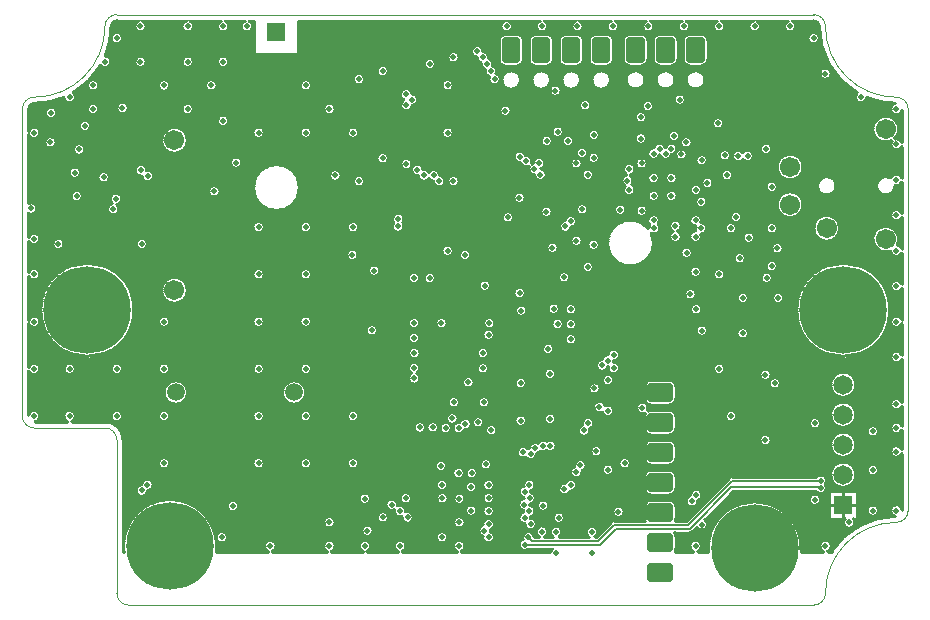
<source format=gbr>
G70*
%FSLAX54Y54*%
%ADD11C,0.0010*%
%ADD12C,0.0079*%
%ADD13C,0.0090*%
%ADD14R,0.0598X0.0598*%
%ADD15C,0.0650*%
%ADD16C,0.0670*%
%ADD17C,0.2913*%
%ADD18C,0.0200*%
%ADD19C,0.0201*%
%ADD20R,0.0600X0.0600*%
%ADD21C,0.0590*%
%ADD22C,0.0197*%
D11*
X101113Y96583D02*
X123948Y96583D01*
G75*
G03X124342Y96977I0000J0394*
G02X126704Y99339I2362J0000*
G03X127098Y99732I0000J0394*
G01X127098Y113118*
G75*
G03X126704Y113512I-0394J0000*
G02X124342Y115874I0000J2362*
G03X123948Y116268I-0394J0000*
G01X100720Y116268*
G75*
G03X100326Y115874I0000J-0394*
G02X97964Y113512I-2362J0000*
G03X97570Y113118I0000J-0394*
G01X97570Y102882*
G75*
G03X97964Y102488I0394J0000*
G01X100326Y102488*
G75*
G02X100720Y102095I0000J-0394*
G01X100720Y96977*
G75*
G03X101113Y96583I0394J0000*
D12*
G01X114310Y98593D02*
X116810Y98593D01*
X117350Y99133*
X119820Y99133*
X121200Y100513*
X124180Y100513*
X124180Y100483*
X114440Y98843D02*
X114560Y98723D01*
X116750Y98723*
X117290Y99263*
X119760Y99263*
X121230Y100733*
X124180Y100733*
D13*
X124468Y99929D02*
X125396Y99929D01*
X124932Y100393D02*
X124932Y99465D01*
X126894Y112007D02*
X126894Y113084D01*
G75*
G02X126671Y113309I-0190J0034*
G02X125716Y113506I0033J2566*
G02X125402Y113663I-0193J0006*
G02X124477Y114601I1302J2211*
G02X124138Y115874I2228J1274*
G03X123948Y116065I-0190J0000*
G01X123230Y116065*
X123230Y116055*
G75*
G02X123091Y116055I-0070J-0180*
G01X123091Y116065*
X122049Y116065*
X122049Y116055*
G75*
G02X121910Y116055I-0070J-0180*
G01X121910Y116065*
X120868Y116065*
X120868Y116055*
G75*
G02X120729Y116055I-0070J-0180*
G01X120729Y116065*
X119687Y116065*
X119687Y116055*
G75*
G02X119548Y116055I-0070J-0180*
G01X119548Y116065*
X118506Y116065*
X118506Y116055*
G75*
G02X118367Y116055I-0070J-0180*
G01X118367Y116065*
X117325Y116065*
X117325Y116055*
G75*
G02X117185Y116055I-0070J-0180*
G01X117185Y116065*
X116144Y116065*
X116144Y116055*
G75*
G02X116004Y116055I-0070J-0180*
G01X116004Y116065*
X114962Y116065*
X114962Y116055*
G75*
G02X114823Y116055I-0070J-0180*
G01X114823Y116065*
X113781Y116065*
X113781Y116055*
G75*
G02X113642Y116055I-0070J-0180*
G01X113642Y116065*
X106774Y116065*
X106774Y114938*
X105295Y114938*
X105295Y116065*
X105120Y116065*
X105120Y116055*
G75*
G02X104981Y116055I-0070J-0180*
G01X104981Y116065*
X104332Y116065*
X104332Y116055*
G75*
G02X104193Y116055I-0070J-0180*
G01X104193Y116065*
X103151Y116065*
X103151Y116055*
G75*
G02X103012Y116055I-0070J-0180*
G01X103012Y116065*
X101577Y116065*
X101577Y116055*
G75*
G02X101437Y116055I-0070J-0180*
G01X101437Y116065*
X100720Y116065*
G75*
G03X100529Y115874I-0000J-0190*
G02X100331Y114886I-2567J0000*
G02X100174Y114573I-0006J-0193*
G02X99265Y113663I-2211J1302*
G02X98951Y113506I-0120J-0151*
G02X97964Y113309I-0988J2369*
G03X97773Y113118I-0000J-0190*
G01X97773Y112400*
X97783Y112400*
G75*
G02X98157Y112331I0181J-0070*
G02X97783Y112261I-0193J-0000*
G01X97773Y112261*
X97773Y109975*
G75*
G02X97773Y109635I0092J-0170*
G01X97773Y108857*
X97783Y108857*
G75*
G02X98157Y108788I0181J-0070*
G02X97783Y108718I-0193J-0000*
G01X97773Y108718*
X97773Y107676*
X97783Y107676*
G75*
G02X98157Y107606I0181J-0070*
G02X97783Y107537I-0193J-0000*
G01X97773Y107537*
X97773Y106101*
X97783Y106101*
G75*
G02X98157Y106032I0181J-0070*
G02X97783Y105962I-0193J-0000*
G01X97773Y105962*
X97773Y104526*
X97783Y104526*
G75*
G02X98157Y104457I0181J-0070*
G02X97783Y104387I-0193J-0000*
G01X97773Y104387*
X97773Y102916*
G75*
G02X97998Y102692I0190J-0034*
G01X99075Y102692*
X99075Y102702*
G75*
G02X99145Y103075I0070J0181*
G02X99214Y102702I0000J-0193*
G01X99214Y102692*
X100326Y102692*
G75*
G02X100923Y102095I-0000J-0597*
G01X100923Y98361*
X100951Y98361*
G75*
G02X102491Y100103I1540J0190*
G02X103654Y99579I0000J-1552*
G02X104031Y98361I-1163J-1028*
G01X105768Y98361*
X105768Y98371*
G75*
G02X105838Y98745I0070J0181*
G02X105907Y98371I0000J-0193*
G01X105907Y98361*
X107737Y98361*
X107737Y98371*
G75*
G02X107806Y98745I0070J0181*
G02X107876Y98371I0000J-0193*
G01X107876Y98361*
X108918Y98361*
X108918Y98371*
G75*
G02X108987Y98745I0070J0181*
G02X109057Y98371I0000J-0193*
G01X109057Y98361*
X110099Y98361*
X110099Y98371*
G75*
G02X110168Y98745I0070J0181*
G02X110238Y98371I0000J-0193*
G01X110238Y98361*
X112067Y98361*
X112067Y98371*
G75*
G02X112137Y98745I0070J0181*
G02X112207Y98371I0000J-0193*
G01X112207Y98361*
X115173Y98361*
G75*
G02X115233Y98458I0187J-0048*
G01X114449Y98458*
G75*
G02X114257Y98779I-0139J0134*
G02X114633Y98857I0183J0064*
G01X114802Y98857*
G75*
G02X114887Y99224I0085J0174*
G02X114972Y98857I0000J-0193*
G01X115260Y98857*
G75*
G02X115360Y99216I0100J0166*
G02X115460Y98857I0000J-0193*
G01X116450Y98857*
G75*
G02X116550Y99216I0100J0166*
G02X116650Y98857I0000J-0193*
G01X116694Y98857*
X117195Y99358*
G75*
G02X117291Y99397I0095J-0095*
G01X118318Y99397*
G75*
G02X118310Y99454I0187J0057*
G01X118310Y99884*
G75*
G02X118505Y100079I0195J-0000*
G01X119155Y100079*
G75*
G02X119350Y99884I-0000J-0195*
G01X119350Y99454*
G75*
G02X119341Y99397I-0195J0000*
G01X119704Y99397*
X121135Y100828*
G75*
G02X121231Y100867I0095J-0095*
G01X124041Y100867*
G75*
G02X124328Y100608I0139J-0134*
G02X124017Y100378I-0148J-0125*
G01X121256Y100378*
X120311Y99434*
G75*
G02X120049Y99172I-0091J-0171*
G01X119915Y99038*
G75*
G02X119819Y98998I-0095J0095*
G01X119313Y98998*
G75*
G02X119350Y98884I-0158J-0114*
G01X119350Y98454*
G75*
G02X119326Y98361I-0195J0000*
G01X119941Y98361*
X119941Y98371*
G75*
G02X120011Y98745I0070J0181*
G02X120081Y98371I0000J-0193*
G01X120081Y98361*
X120432Y98361*
G75*
G02X123527Y98361I1548J0112*
G01X124272Y98361*
X124272Y98371*
G75*
G02X124342Y98745I0070J0181*
G02X124411Y98371I0000J-0193*
G01X124411Y98361*
X124544Y98361*
G75*
G02X125458Y99219I2160J-1384*
G02X126671Y99542I1246J-2243*
G02X126894Y99767I0033J0191*
G01X126894Y101631*
X126884Y101631*
G75*
G02X126884Y101771I-0180J0070*
G01X126894Y101771*
X126894Y102419*
X126884Y102419*
G75*
G02X126884Y102558I-0180J0070*
G01X126894Y102558*
X126894Y103206*
X126884Y103206*
G75*
G02X126884Y103345I-0180J0070*
G01X126894Y103345*
X126894Y104781*
X126884Y104781*
G75*
G02X126884Y104920I-0180J0070*
G01X126894Y104920*
X126894Y105962*
X126884Y105962*
G75*
G02X126884Y106101I-0180J0070*
G01X126894Y106101*
X126894Y107143*
X126884Y107143*
G75*
G02X126884Y107282I-0180J0070*
G01X126894Y107282*
X126894Y108324*
X126884Y108324*
G75*
G02X126510Y108389I-0181J0070*
G02X126062Y109107I-0161J0399*
G02X126729Y108586I0288J-0320*
G02X126884Y108463I-0025J-0192*
G01X126894Y108463*
X126894Y109505*
X126884Y109505*
G75*
G02X126884Y109645I-0180J0070*
G01X126894Y109645*
X126894Y110686*
X126884Y110686*
G75*
G02X126661Y110567I-0181J0070*
G02X126077Y110408I-0311J-0008*
G02X126521Y110819I0272J0151*
G02X126884Y110826I0183J-0063*
G01X126894Y110826*
X126894Y111868*
X126884Y111868*
G75*
G02X126544Y112046I-0181J0070*
G01X126534Y112060*
G75*
G02X126105Y112803I-0184J0389*
G02X126648Y112140I0245J-0354*
G01X126658Y112125*
G75*
G02X126884Y112007I0046J-0188*
G01X126894Y112007*
X114511Y100334D02*
G75*
G02X114493Y99950I-0031J-0191D01*
G02X114491Y99905I-0193J-0017*
G02X114501Y99522I-0021J-0192*
G02X114503Y99476I-0191J-0029*
G02X114317Y99299I0007J-0193*
G02X114279Y99684I-0007J0193*
G02X114279Y99741I0191J0029*
G02X114287Y100126I0021J0192*
G02X114289Y100172I0193J0017*
G02X114279Y100552I0031J0191*
G02X114511Y100394I0191J0031*
G02X114511Y100334I-0191J-0031*
G01X123951Y109142D02*
G75*
G03X124811Y109142I0430J0000D01*
G03X123951Y109142I-0430J0000*
G01X122730Y111189D02*
G75*
G03X123591Y111189I0430J0000D01*
G03X122730Y111189I-0430J0000*
G01X102210Y107075D02*
G75*
G03X103070Y107075I0430J0000D01*
G03X102210Y107075I-0430J0000*
G01X122730Y109929D02*
G75*
G03X123591Y109929I0430J0000D01*
G03X122730Y109929I-0430J0000*
G01X102210Y112075D02*
G75*
G03X103070Y112075I0430J0000D01*
G03X102210Y112075I-0430J0000*
G01X124512Y102929D02*
G75*
G03X125352Y102929I0420J0000D01*
G03X124512Y102929I-0420J0000*
G01X124512Y100929D02*
G75*
G03X125352Y100929I0420J0000D01*
G03X124512Y100929I-0420J0000*
G01X124512Y103929D02*
G75*
G03X125352Y103929I0420J0000D01*
G03X124512Y103929I-0420J0000*
G01X124512Y101929D02*
G75*
G03X125352Y101929I0420J0000D01*
G03X124512Y101929I-0420J0000*
G01X114555Y111297D02*
G75*
G02X114607Y111313I0085J-0174D01*
G02X114850Y111126I0193J-0001*
G02X114647Y110929I-0010J-0193*
G02X114460Y111195I-0007J0193*
G01X114445Y111209*
G75*
G02X114174Y111331I-0085J0174*
G02X114336Y111575I-0024J0192*
G02X114540Y111311I0024J-0192*
G01X114555Y111297*
X113355Y114301D02*
G75*
G02X113135Y114195I-0045J-0188D01*
G02X112994Y114438I0045J0188*
G02X112860Y114659I0056J0185*
G02X112727Y114849I0060J0184*
G02X112923Y115036I0003J0193*
G02X113110Y114807I-0003J-0193*
G02X113236Y114568I-0060J-0184*
G02X113355Y114301I-0056J-0185*
G01X115045Y102040D02*
G75*
G02X115045Y101745I0125J-0148D01*
G02X114838Y101717I-0125J0148*
G02X114703Y101622I-0168J0095*
G02X114356Y101505I-0193J0001*
G02X114414Y101791I-0096J0168*
G02X114477Y101813I0096J-0168*
G02X114752Y101988I0193J-0001*
G02X115045Y102040I0168J-0095*
G01X106235Y103669D02*
G75*
G03X107015Y103669I0390J0000D01*
G03X106235Y103669I-0390J0000*
G01X102298Y103669D02*
G75*
G03X103078Y103669I0390J0000D01*
G03X102298Y103669I-0390J0000*
G01X111473Y110906D02*
G75*
G02X111277Y110709I-0003J-0193D01*
G02X111120Y110794I0003J0193*
G02X110767Y110903I-0160J0109*
G02X110923Y111093I-0037J0190*
G02X111120Y111012I0037J-0190*
G02X111473Y110906I0160J-0109*
G01X117283Y104729D02*
G75*
G02X117275Y104676I-0194J0003D01*
G02X117095Y104539I0005J-0193*
G02X117091Y104539I-0005J0193*
G02X116899Y104766I-0191J0033*
G02X117087Y104926I0191J-0033*
G02X117283Y104729I0193J-0003*
G01X119201Y111599D02*
G75*
G02X118821Y111590I-0191J0033D01*
G02X118799Y111590I-0011J0193*
G02X118621Y111826I-0189J0043*
G02X118999Y111826I0189J-0043*
G02X119009Y111826I0011J-0194*
G02X119201Y111599I0191J-0033*
G01X117841Y110924D02*
X117837Y110900D01*
G75*
G02X117880Y110599I-0097J-0167*
G02X117660Y110557I-0080J-0176*
G02X117699Y110922I0080J0176*
G01X117703Y110945*
G75*
G02X117830Y111304I0097J0167*
G02X117841Y110924I-0030J-0191*
G01X110352Y99687D02*
G75*
G02X110218Y99528I0058J-0184D01*
G02X109973Y99763I-0058J0185*
G02X109728Y100052I-0093J0170*
G02X110067Y99882I0152J-0120*
G02X110352Y99687I0093J-0170*
G01X120187Y109336D02*
G75*
G02X120183Y108950I0012J-0193D01*
G02X120027Y109056I-0173J-0087*
G02X120022Y109220I0173J0087*
G02X120187Y109336I-0012J0193*
G01X113550Y114087D02*
G75*
G03X114173Y114087I0312J0000D01*
G03X113550Y114087I-0312J0000*
G01X117699Y114087D02*
G75*
G03X118322Y114087I0312J0000D01*
G03X117699Y114087I-0312J0000*
G01X114550Y114087D02*
G75*
G03X115173Y114087I0312J0000D01*
G03X114550Y114087I-0312J0000*
G01X118699Y114087D02*
G75*
G03X119322Y114087I0312J0000D01*
G03X118699Y114087I-0312J0000*
G01X124069Y110559D02*
G75*
G03X124693Y110559I0312J0000D01*
G03X124069Y110559I-0312J0000*
G01X115550Y114087D02*
G75*
G03X116173Y114087I0312J0000D01*
G03X115550Y114087I-0312J0000*
G01X116550Y114087D02*
G75*
G03X117173Y114087I0312J0000D01*
G03X116550Y114087I-0312J0000*
G01X119699Y114087D02*
G75*
G03X120322Y114087I0312J0000D01*
G03X119699Y114087I-0312J0000*
G01X110563Y113239D02*
G75*
G02X110294Y113421I-0193J0003D01*
G02X110552Y113626I0066J0182*
G02X110563Y113239I0008J-0193*
G01X113162Y99086D02*
G75*
G02X113161Y99030I-0192J-0024D01*
G02X112919Y98876I-0051J-0187*
G02X112918Y99249I0051J0187*
G02X113162Y99086I0192J0024*
G01X119411Y109043D02*
G75*
G02X119340Y108669I-0071J-0180D01*
G02X119269Y109043I-0000J0193*
G02X119340Y109416I0071J0180*
G02X119411Y109043I0000J-0193*
G01X100716Y109931D02*
G75*
G02X100572Y109970I-0118J-0153D01*
G02X100716Y109931I0118J0153*
G01X110719Y104311D02*
G75*
G02X110638Y103943I-0084J-0174D01*
G02X110546Y104308I-0003J0193*
G02X110627Y104676I0084J0174*
G02X110719Y104311I0003J-0193*
G01X121592Y111437D02*
G75*
G02X121583Y111661I-0162J0106D01*
G02X121592Y111437I0162J-0106*
G01X116997Y103232D02*
G75*
G02X116902Y103018I0093J-0170D01*
G02X116997Y103232I-0093J0170*
G01X101713Y111063D02*
G75*
G02X101896Y110746I0037J-0190D01*
G02X101557Y110883I-0146J0127*
G02X101374Y111200I-0037J0190*
G02X101713Y111063I0146J-0127*
G01X116483Y102467D02*
G75*
G02X116247Y102589I-0183J-0064D01*
G02X116483Y102467I0183J0064*
G01X101743Y100399D02*
G75*
G02X101547Y100596I-0193J0003D01*
G02X101743Y100399I0193J-0003*
G01X112307Y102432D02*
G75*
G02X112153Y102673I-0187J0051D01*
G02X112307Y102432I0187J-0051*
G01X116230Y101059D02*
G75*
G02X115980Y101207I-0190J-0036D01*
G02X116268Y101409I0190J0036*
G02X116230Y101059I-0098J-0167*
G01X120082Y100066D02*
G75*
G02X119838Y100229I-0192J-0024D01*
G02X120082Y100066I0192J0024*
G01X115826Y100391D02*
G75*
G02X115664Y100635I-0186J0052D01*
G02X115826Y100391I0186J-0052*
G01X110248Y109328D02*
G75*
G02X109952Y109328I-0148J-0125D01*
G02X110248Y109328I0148J0125*
G01X115862Y109180D02*
G75*
G02X115658Y109396I-0192J0023D01*
G02X115862Y109180I0192J-0023*
G01X119008Y110225D02*
G75*
G03X119399Y110225I0195J0000D01*
G03X119008Y110225I-0195J0000*
G01X119008Y110815D02*
G75*
G03X119399Y110815I0195J0000D01*
G03X119008Y110815I-0195J0000*
G01X118418Y110225D02*
G75*
G03X118809Y110225I0195J0000D01*
G03X118418Y110225I-0195J0000*
G01X118418Y110815D02*
G75*
G03X118809Y110815I0195J0000D01*
G03X118418Y110815I-0195J0000*
G01X108400Y112331D02*
G75*
G03X108787Y112331I0193J0000D01*
G03X108400Y112331I-0193J0000*
G01X111057Y102503D02*
G75*
G03X111443Y102503I0193J0000D01*
G03X111057Y102503I-0193J0000*
G01X106825Y112331D02*
G75*
G03X107212Y112331I0193J0000D01*
G03X106825Y112331I-0193J0000*
G01X119837Y106443D02*
G75*
G03X120223Y106443I0193J0000D01*
G03X119837Y106443I-0193J0000*
G01X115847Y108723D02*
G75*
G03X116233Y108723I0193J0000D01*
G03X115847Y108723I-0193J0000*
G01X119287Y113433D02*
G75*
G03X119673Y113433I0193J0000D01*
G03X119287Y113433I-0193J0000*
G01X107807Y110903D02*
G75*
G03X108193Y110903I0193J0000D01*
G03X107807Y110903I-0193J0000*
G01X99739Y113906D02*
G75*
G03X100126Y113906I0193J0000D01*
G03X99739Y113906I-0193J0000*
G01X123797Y102643D02*
G75*
G03X124183Y102643I0193J0000D01*
G03X123797Y102643I-0193J0000*
G01X111707Y102803D02*
G75*
G03X112093Y102803I0193J0000D01*
G03X111707Y102803I-0193J0000*
G01X115567Y112053D02*
G75*
G03X115953Y112053I0193J0000D01*
G03X115567Y112053I-0193J0000*
G01X111759Y103343D02*
G75*
G03X112146Y103343I0193J0000D01*
G03X111759Y103343I-0193J0000*
G01X100526Y115480D02*
G75*
G03X100913Y115480I0193J0000D01*
G03X100526Y115480I-0193J0000*
G01X112942Y105982D02*
G75*
G03X113329Y105982I0193J0000D01*
G03X112942Y105982I-0193J0000*
G01X121392Y106819D02*
G75*
G03X121779Y106819I0193J0000D01*
G03X121392Y106819I-0193J0000*
G01X109028Y105741D02*
G75*
G03X109415Y105741I0193J0000D01*
G03X109028Y105741I-0193J0000*
G01X104027Y98843D02*
G75*
G03X104413Y98843I0193J0000D01*
G03X104027Y98843I-0193J0000*
G01X110447Y104983D02*
G75*
G03X110833Y104983I0193J0000D01*
G03X110447Y104983I-0193J0000*
G01X121592Y108827D02*
G75*
G03X121979Y108827I0193J0000D01*
G03X121592Y108827I-0193J0000*
G01X122573Y106819D02*
G75*
G03X122960Y106819I0193J0000D01*
G03X122573Y106819I-0193J0000*
G01X112917Y100143D02*
G75*
G03X113303Y100143I0193J0000D01*
G03X112917Y100143I-0193J0000*
G01X106825Y104457D02*
G75*
G03X107212Y104457I0193J0000D01*
G03X106825Y104457I-0193J0000*
G01X102888Y114693D02*
G75*
G03X103275Y114693I0193J0000D01*
G03X102888Y114693I-0193J0000*
G01X122167Y111793D02*
G75*
G03X122553Y111793I0193J0000D01*
G03X122167Y111793I-0193J0000*
G01X112917Y99713D02*
G75*
G03X113303Y99713I0193J0000D01*
G03X112917Y99713I-0193J0000*
G01X111367Y100583D02*
G75*
G03X111753Y100583I0193J0000D01*
G03X111367Y100583I-0193J0000*
G01X105251Y107606D02*
G75*
G03X105637Y107606I0193J0000D01*
G03X105251Y107606I-0193J0000*
G01X117247Y99693D02*
G75*
G03X117633Y99693I0193J0000D01*
G03X117247Y99693I-0193J0000*
G01X122357Y110523D02*
G75*
G03X122743Y110523I0193J0000D01*
G03X122357Y110523I-0193J0000*
G01X121163Y109517D02*
G75*
G03X121550Y109517I0193J0000D01*
G03X121163Y109517I-0193J0000*
G01X111943Y100126D02*
G75*
G03X112330Y100126I0193J0000D01*
G03X111943Y100126I-0193J0000*
G01X115086Y106466D02*
G75*
G03X115473Y106466I0193J0000D01*
G03X115086Y106466I-0193J0000*
G01X124148Y114299D02*
G75*
G03X124535Y114299I0193J0000D01*
G03X124148Y114299I-0193J0000*
G01X116137Y113243D02*
G75*
G03X116523Y113243I0193J0000D01*
G03X116137Y113243I-0193J0000*
G01X108794Y100126D02*
G75*
G03X109181Y100126I0193J0000D01*
G03X108794Y100126I-0193J0000*
G01X102101Y101307D02*
G75*
G03X102488Y101307I0193J0000D01*
G03X102101Y101307I-0193J0000*
G01X118228Y113213D02*
G75*
G03X118615Y113213I0193J0000D01*
G03X118228Y113213I-0193J0000*
G01X115435Y107508D02*
G75*
G03X115822Y107508I0193J0000D01*
G03X115435Y107508I-0193J0000*
G01X114903Y105124D02*
G75*
G03X115290Y105124I0193J0000D01*
G03X114903Y105124I-0193J0000*
G01X116427Y112253D02*
G75*
G03X116813Y112253I0193J0000D01*
G03X116427Y112253I-0193J0000*
G01X110437Y105483D02*
G75*
G03X110823Y105483I0193J0000D01*
G03X110437Y105483I-0193J0000*
G01X120027Y105733D02*
G75*
G03X120413Y105733I0193J0000D01*
G03X120027Y105733I-0193J0000*
G01X120605Y107606D02*
G75*
G03X120992Y107606I0193J0000D01*
G03X120605Y107606I-0193J0000*
G01X115047Y108493D02*
G75*
G03X115433Y108493I0193J0000D01*
G03X115047Y108493I-0193J0000*
G01X104507Y111333D02*
G75*
G03X104893Y111333I0193J0000D01*
G03X104507Y111333I-0193J0000*
G01X99272Y111770D02*
G75*
G03X99659Y111770I0193J0000D01*
G03X99272Y111770I-0193J0000*
G01X112337Y100520D02*
G75*
G03X112724Y100520I0193J0000D01*
G03X112337Y100520I-0193J0000*
G01X114741Y99897D02*
G75*
G03X115128Y99897I0193J0000D01*
G03X114741Y99897I-0193J0000*
G01X98314Y112004D02*
G75*
G03X98701Y112004I0193J0000D01*
G03X98314Y112004I-0193J0000*
G01X111367Y98843D02*
G75*
G03X111753Y98843I0193J0000D01*
G03X111367Y98843I-0193J0000*
G01X120016Y111412D02*
G75*
G03X120403Y111412I0193J0000D01*
G03X120016Y111412I-0193J0000*
G01X116227Y107853D02*
G75*
G03X116613Y107853I0193J0000D01*
G03X116227Y107853I-0193J0000*
G01X122357Y109143D02*
G75*
G03X122743Y109143I0193J0000D01*
G03X122357Y109143I-0193J0000*
G01X108597Y114113D02*
G75*
G03X108983Y114113I0193J0000D01*
G03X108597Y114113I-0193J0000*
G01X111377Y100143D02*
G75*
G03X111763Y100143I0193J0000D01*
G03X111377Y100143I-0193J0000*
G01X116448Y103806D02*
G75*
G03X116835Y103806I0193J0000D01*
G03X116448Y103806I-0193J0000*
G01X122454Y103976D02*
G75*
G03X122841Y103976I0193J0000D01*
G03X122454Y103976I-0193J0000*
G01X116037Y111653D02*
G75*
G03X116423Y111653I0193J0000D01*
G03X116037Y111653I-0193J0000*
G01X106825Y113906D02*
G75*
G03X107212Y113906I0193J0000D01*
G03X106825Y113906I-0193J0000*
G01X101357Y108623D02*
G75*
G03X101743Y108623I0193J0000D01*
G03X101357Y108623I-0193J0000*
G01X114857Y112053D02*
G75*
G03X115243Y112053I0193J0000D01*
G03X114857Y112053I-0193J0000*
G01X116897Y104083D02*
G75*
G03X117283Y104083I0193J0000D01*
G03X116897Y104083I-0193J0000*
G01X113557Y109503D02*
G75*
G03X113943Y109503I0193J0000D01*
G03X113557Y109503I-0193J0000*
G01X119509Y112006D02*
G75*
G03X119896Y112006I0193J0000D01*
G03X119509Y112006I-0193J0000*
G01X111943Y99339D02*
G75*
G03X112330Y99339I0193J0000D01*
G03X111943Y99339I-0193J0000*
G01X119347Y111603D02*
G75*
G03X119733Y111603I0193J0000D01*
G03X119347Y111603I-0193J0000*
G01X120605Y104457D02*
G75*
G03X120992Y104457I0193J0000D01*
G03X120605Y104457I-0193J0000*
G01X115657Y105443D02*
G75*
G03X116043Y105443I0193J0000D01*
G03X115657Y105443I-0193J0000*
G01X104397Y99883D02*
G75*
G03X104783Y99883I0193J0000D01*
G03X104397Y99883I-0193J0000*
G01X103777Y110373D02*
G75*
G03X104163Y110373I0193J0000D01*
G03X103777Y110373I-0193J0000*
G01X112337Y99732D02*
G75*
G03X112724Y99732I0193J0000D01*
G03X112337Y99732I-0193J0000*
G01X112917Y105593D02*
G75*
G03X113303Y105593I0193J0000D01*
G03X112917Y105593I-0193J0000*
G01X100087Y110843D02*
G75*
G03X100473Y110843I0193J0000D01*
G03X100087Y110843I-0193J0000*
G01X125723Y99732D02*
G75*
G03X126110Y99732I0193J0000D01*
G03X125723Y99732I-0193J0000*
G01X121392Y105638D02*
G75*
G03X121779Y105638I0193J0000D01*
G03X121392Y105638I-0193J0000*
G01X116508Y101711D02*
G75*
G03X116895Y101711I0193J0000D01*
G03X116508Y101711I-0193J0000*
G01X102101Y102882D02*
G75*
G03X102488Y102882I0193J0000D01*
G03X102101Y102882I-0193J0000*
G01X110437Y107483D02*
G75*
G03X110823Y107483I0193J0000D01*
G03X110437Y107483I-0193J0000*
G01X119517Y108323D02*
G75*
G03X119903Y108323I0193J0000D01*
G03X119517Y108323I-0193J0000*
G01X120212Y110652D02*
G75*
G03X120599Y110652I0193J0000D01*
G03X120212Y110652I-0193J0000*
G01X113952Y106982D02*
G75*
G03X114339Y106982I0193J0000D01*
G03X113952Y106982I-0193J0000*
G01X112357Y100983D02*
G75*
G03X112743Y100983I0193J0000D01*
G03X112357Y100983I-0193J0000*
G01X100526Y104457D02*
G75*
G03X100913Y104457I0193J0000D01*
G03X100526Y104457I-0193J0000*
G01X117997Y112133D02*
G75*
G03X118383Y112133I0193J0000D01*
G03X117997Y112133I-0193J0000*
G01X105251Y112331D02*
G75*
G03X105637Y112331I0193J0000D01*
G03X105251Y112331I-0193J0000*
G01X113477Y113063D02*
G75*
G03X113863Y113063I0193J0000D01*
G03X113477Y113063I-0193J0000*
G01X110957Y114623D02*
G75*
G03X111343Y114623I0193J0000D01*
G03X110957Y114623I-0193J0000*
G01X111747Y110713D02*
G75*
G03X112133Y110713I0193J0000D01*
G03X111747Y110713I-0193J0000*
G01X99739Y113118D02*
G75*
G03X100126Y113118I0193J0000D01*
G03X99739Y113118I-0193J0000*
G01X115657Y106443D02*
G75*
G03X116043Y106443I0193J0000D01*
G03X115657Y106443I-0193J0000*
G01X109387Y111473D02*
G75*
G03X109773Y111473I0193J0000D01*
G03X109387Y111473I-0193J0000*
G01X106825Y102882D02*
G75*
G03X107212Y102882I0193J0000D01*
G03X106825Y102882I-0193J0000*
G01X120791Y111576D02*
G75*
G03X121178Y111576I0193J0000D01*
G03X120791Y111576I-0193J0000*
G01X119097Y112223D02*
G75*
G03X119483Y112223I0193J0000D01*
G03X119097Y112223I-0193J0000*
G01X105251Y101307D02*
G75*
G03X105637Y101307I0193J0000D01*
G03X105251Y101307I-0193J0000*
G01X106825Y109181D02*
G75*
G03X107212Y109181I0193J0000D01*
G03X106825Y109181I-0193J0000*
G01X122147Y104263D02*
G75*
G03X122533Y104263I0193J0000D01*
G03X122147Y104263I-0193J0000*
G01X106825Y101307D02*
G75*
G03X107212Y101307I0193J0000D01*
G03X106825Y101307I-0193J0000*
G01X116417Y111493D02*
G75*
G03X116803Y111493I0193J0000D01*
G03X116417Y111493I-0193J0000*
G01X105251Y104457D02*
G75*
G03X105637Y104457I0193J0000D01*
G03X105251Y104457I-0193J0000*
G01X112917Y100583D02*
G75*
G03X113303Y100583I0193J0000D01*
G03X112917Y100583I-0193J0000*
G01X102101Y113906D02*
G75*
G03X102488Y113906I0193J0000D01*
G03X102101Y113906I-0193J0000*
G01X118017Y109733D02*
G75*
G03X118403Y109733I0193J0000D01*
G03X118017Y109733I-0193J0000*
G01X98577Y108623D02*
G75*
G03X98963Y108623I0193J0000D01*
G03X98577Y108623I-0193J0000*
G01X112727Y104473D02*
G75*
G03X113113Y104473I0193J0000D01*
G03X112727Y104473I-0193J0000*
G01X122147Y102083D02*
G75*
G03X122533Y102083I0193J0000D01*
G03X122147Y102083I-0193J0000*
G01X113989Y102731D02*
G75*
G03X114376Y102731I0193J0000D01*
G03X113989Y102731I-0193J0000*
G01X125727Y102373D02*
G75*
G03X126113Y102373I0193J0000D01*
G03X125727Y102373I-0193J0000*
G01X110957Y107483D02*
G75*
G03X111343Y107483I0193J0000D01*
G03X110957Y107483I-0193J0000*
G01X111550Y112331D02*
G75*
G03X111937Y112331I0193J0000D01*
G03X111550Y112331I-0193J0000*
G01X118017Y111303D02*
G75*
G03X118403Y111303I0193J0000D01*
G03X118017Y111303I-0193J0000*
G01X116417Y108593D02*
G75*
G03X116803Y108593I0193J0000D01*
G03X116417Y108593I-0193J0000*
G01X110627Y102503D02*
G75*
G03X111013Y102503I0193J0000D01*
G03X110627Y102503I-0193J0000*
G01X112727Y104983D02*
G75*
G03X113113Y104983I0193J0000D01*
G03X112727Y104983I-0193J0000*
G01X102101Y106032D02*
G75*
G03X102488Y106032I0193J0000D01*
G03X102101Y106032I-0193J0000*
G01X113947Y110163D02*
G75*
G03X114333Y110163I0193J0000D01*
G03X113947Y110163I-0193J0000*
G01X114966Y102791D02*
G75*
G03X115353Y102791I0193J0000D01*
G03X114966Y102791I-0193J0000*
G01X100526Y102882D02*
G75*
G03X100913Y102882I0193J0000D01*
G03X100526Y102882I-0193J0000*
G01X105251Y106032D02*
G75*
G03X105637Y106032I0193J0000D01*
G03X105251Y106032I-0193J0000*
G01X115657Y105943D02*
G75*
G03X116043Y105943I0193J0000D01*
G03X115657Y105943I-0193J0000*
G01X120999Y102882D02*
G75*
G03X121385Y102882I0193J0000D01*
G03X120999Y102882I-0193J0000*
G01X111550Y108394D02*
G75*
G03X111937Y108394I0193J0000D01*
G03X111550Y108394I-0193J0000*
G01X110157Y100143D02*
G75*
G03X110543Y100143I0193J0000D01*
G03X110157Y100143I-0193J0000*
G01X114847Y109693D02*
G75*
G03X115233Y109693I0193J0000D01*
G03X114847Y109693I-0193J0000*
G01X114963Y104289D02*
G75*
G03X115350Y104289I0193J0000D01*
G03X114963Y104289I-0193J0000*
G01X120997Y109143D02*
G75*
G03X121383Y109143I0193J0000D01*
G03X120997Y109143I-0193J0000*
G01X120007Y110023D02*
G75*
G03X120393Y110023I0193J0000D01*
G03X120007Y110023I-0193J0000*
G01X111747Y114843D02*
G75*
G03X112133Y114843I0193J0000D01*
G03X111747Y114843I-0193J0000*
G01X112827Y101273D02*
G75*
G03X113213Y101273I0193J0000D01*
G03X112827Y101273I-0193J0000*
G01X123797Y100093D02*
G75*
G03X124183Y100093I0193J0000D01*
G03X123797Y100093I-0193J0000*
G01X115221Y112361D02*
G75*
G03X115608Y112361I0193J0000D01*
G03X115221Y112361I-0193J0000*
G01X108400Y109181D02*
G75*
G03X108787Y109181I0193J0000D01*
G03X108400Y109181I-0193J0000*
G01X99127Y110993D02*
G75*
G03X99513Y110993I0193J0000D01*
G03X99127Y110993I-0193J0000*
G01X98334Y112989D02*
G75*
G03X98721Y112989I0193J0000D01*
G03X98334Y112989I-0193J0000*
G01X111917Y100983D02*
G75*
G03X112303Y100983I0193J0000D01*
G03X111917Y100983I-0193J0000*
G01X99190Y110219D02*
G75*
G03X99577Y110219I0193J0000D01*
G03X99190Y110219I-0193J0000*
G01X109387Y99503D02*
G75*
G03X109773Y99503I0193J0000D01*
G03X109387Y99503I-0193J0000*
G01X108597Y110713D02*
G75*
G03X108983Y110713I0193J0000D01*
G03X108597Y110713I-0193J0000*
G01X119827Y110423D02*
G75*
G03X120213Y110423I0193J0000D01*
G03X119827Y110423I-0193J0000*
G01X123754Y115480D02*
G75*
G03X124141Y115480I0193J0000D01*
G03X123754Y115480I-0193J0000*
G01X110177Y111283D02*
G75*
G03X110563Y111283I0193J0000D01*
G03X110177Y111283I-0193J0000*
G01X108400Y102882D02*
G75*
G03X108787Y102882I0193J0000D01*
G03X108400Y102882I-0193J0000*
G01X116897Y101093D02*
G75*
G03X117283Y101093I0193J0000D01*
G03X116897Y101093I-0193J0000*
G01X119817Y107693D02*
G75*
G03X120203Y107693I0193J0000D01*
G03X119817Y107693I-0193J0000*
G01X103676Y113906D02*
G75*
G03X104063Y113906I0193J0000D01*
G03X103676Y113906I-0193J0000*
G01X115257Y99493D02*
G75*
G03X115643Y99493I0193J0000D01*
G03X115257Y99493I-0193J0000*
G01X115847Y111303D02*
G75*
G03X116233Y111303I0193J0000D01*
G03X115847Y111303I-0193J0000*
G01X105251Y109181D02*
G75*
G03X105637Y109181I0193J0000D01*
G03X105251Y109181I-0193J0000*
G01X117997Y112843D02*
G75*
G03X118383Y112843I0193J0000D01*
G03X117997Y112843I-0193J0000*
G01X111327Y101223D02*
G75*
G03X111713Y101223I0193J0000D01*
G03X111327Y101223I-0193J0000*
G01X121287Y108143D02*
G75*
G03X121673Y108143I0193J0000D01*
G03X121287Y108143I-0193J0000*
G01X112567Y102673D02*
G75*
G03X112953Y102673I0193J0000D01*
G03X112567Y102673I-0193J0000*
G01X112759Y103337D02*
G75*
G03X113146Y103337I0193J0000D01*
G03X112759Y103337I-0193J0000*
G01X125727Y101083D02*
G75*
G03X126113Y101083I0193J0000D01*
G03X125727Y101083I-0193J0000*
G01X100716Y113151D02*
G75*
G03X101103Y113151I0193J0000D01*
G03X100716Y113151I-0193J0000*
G01X102101Y104457D02*
G75*
G03X102488Y104457I0193J0000D01*
G03X102101Y104457I-0193J0000*
G01X113991Y103985D02*
G75*
G03X114378Y103985I0193J0000D01*
G03X113991Y103985I-0193J0000*
G01X112793Y107230D02*
G75*
G03X113180Y107230I0193J0000D01*
G03X112793Y107230I-0193J0000*
G01X99460Y112554D02*
G75*
G03X99847Y112554I0193J0000D01*
G03X99460Y112554I-0193J0000*
G01X111487Y102483D02*
G75*
G03X111873Y102483I0193J0000D01*
G03X111487Y102483I-0193J0000*
G01X109104Y107731D02*
G75*
G03X109491Y107731I0193J0000D01*
G03X109104Y107731I-0193J0000*
G01X110437Y105983D02*
G75*
G03X110823Y105983I0193J0000D01*
G03X110437Y105983I-0193J0000*
G01X116227Y110923D02*
G75*
G03X116613Y110923I0193J0000D01*
G03X116227Y110923I-0193J0000*
G01X111550Y113906D02*
G75*
G03X111937Y113906I0193J0000D01*
G03X111550Y113906I-0193J0000*
G01X107613Y99339D02*
G75*
G03X108000Y99339I0193J0000D01*
G03X107613Y99339I-0193J0000*
G01X108377Y108253D02*
G75*
G03X108763Y108253I0193J0000D01*
G03X108377Y108253I-0193J0000*
G01X106825Y107606D02*
G75*
G03X107212Y107606I0193J0000D01*
G03X106825Y107606I-0193J0000*
G01X119647Y106943D02*
G75*
G03X120033Y106943I0193J0000D01*
G03X119647Y106943I-0193J0000*
G01X122357Y107883D02*
G75*
G03X122743Y107883I0193J0000D01*
G03X122357Y107883I-0193J0000*
G01X122547Y108473D02*
G75*
G03X122933Y108473I0193J0000D01*
G03X122547Y108473I-0193J0000*
G01X120869Y110912D02*
G75*
G03X121256Y110912I0193J0000D01*
G03X120869Y110912I-0193J0000*
G01X112137Y108253D02*
G75*
G03X112523Y108253I0193J0000D01*
G03X112137Y108253I-0193J0000*
G01X107613Y113118D02*
G75*
G03X108000Y113118I0193J0000D01*
G03X107613Y113118I-0193J0000*
G01X105251Y102882D02*
G75*
G03X105637Y102882I0193J0000D01*
G03X105251Y102882I-0193J0000*
G01X117308Y109760D02*
G75*
G03X117695Y109760I0193J0000D01*
G03X117308Y109760I-0193J0000*
G01X120567Y112643D02*
G75*
G03X120953Y112643I0193J0000D01*
G03X120567Y112643I-0193J0000*
G01X102888Y113118D02*
G75*
G03X103275Y113118I0193J0000D01*
G03X102888Y113118I-0193J0000*
G01X104069Y114693D02*
G75*
G03X104456Y114693I0193J0000D01*
G03X104069Y114693I-0193J0000*
G01X109387Y114383D02*
G75*
G03X109773Y114383I0193J0000D01*
G03X109387Y114383I-0193J0000*
G01X117455Y101307D02*
G75*
G03X117842Y101307I0193J0000D01*
G03X117455Y101307I-0193J0000*
G01X115217Y105953D02*
G75*
G03X115603Y105953I0193J0000D01*
G03X115217Y105953I-0193J0000*
G01X108877Y99063D02*
G75*
G03X109263Y99063I0193J0000D01*
G03X108877Y99063I-0193J0000*
G01X113007Y102413D02*
G75*
G03X113393Y102413I0193J0000D01*
G03X113007Y102413I-0193J0000*
G01X101314Y114693D02*
G75*
G03X101700Y114693I0193J0000D01*
G03X101314Y114693I-0193J0000*
G01X115147Y113733D02*
G75*
G03X115533Y113733I0193J0000D01*
G03X115147Y113733I-0193J0000*
G01X104069Y112725D02*
G75*
G03X104456Y112725I0193J0000D01*
G03X104069Y112725I-0193J0000*
G01X112242Y104008D02*
G75*
G03X112629Y104008I0193J0000D01*
G03X112242Y104008I-0193J0000*
G01X108400Y101307D02*
G75*
G03X108787Y101307I0193J0000D01*
G03X108400Y101307I-0193J0000*
G01X111347Y105983D02*
G75*
G03X111733Y105983I0193J0000D01*
G03X111347Y105983I-0193J0000*
G01X114005Y106396D02*
G75*
G03X114392Y106396I0193J0000D01*
G03X114005Y106396I-0193J0000*
G01X106825Y106032D02*
G75*
G03X107212Y106032I0193J0000D01*
G03X106825Y106032I-0193J0000*
G01X98951Y104457D02*
G75*
G03X99338Y104457I0193J0000D01*
G03X98951Y104457I-0193J0000*
G01X122187Y107493D02*
G75*
G03X122573Y107493I0193J0000D01*
G03X122187Y107493I-0193J0000*
G01X116037Y109773D02*
G75*
G03X116423Y109773I0193J0000D01*
G03X116037Y109773I-0193J0000*
G01X98184Y106425D02*
G75*
G03X101287Y106425I1552J0000D01*
G03X98184Y106425I-1552J0000*
G01X123380Y106425D02*
G75*
G03X126484Y106425I1552J0000D01*
G03X123380Y106425I-1552J0000*
G01X118756Y109286D02*
G75*
G02X118534Y108971I-0126J-0147D01*
G02X117190Y108248I-0694J-0321*
G02X118437Y109127I0650J0402*
G02X118484Y109266I0193J0011*
G02X118596Y109606I0125J0147*
G02X118756Y109286I0014J-0193*
G01X105276Y110500D02*
G75*
G03X106804Y110500I0764J0000D01*
G03X105276Y110500I-0764J0000*
G01X125276Y99465D02*
G75*
G02X124983Y99465I-0147J-0126D01*
G01X124468Y99465*
X124468Y100393*
X125396Y100393*
X125396Y99465*
X125276Y99465*
X118426Y103063D02*
G75*
G02X118505Y103079I0079J-0178D01*
G01X119155Y103079*
G75*
G02X119350Y102884I-0000J-0195*
G01X119350Y102454*
G75*
G02X119155Y102259I-0195J0000*
G01X118505Y102259*
G75*
G02X118310Y102454I0000J0195*
G01X118310Y102884*
G75*
G02X118327Y102965I0195J-0000*
G01X118312Y102979*
G75*
G02X118098Y103294I-0078J0177*
G02X118411Y103077I0136J-0137*
G01X118426Y103063*
X118505Y101259D02*
G75*
G02X118310Y101454I0000J0195D01*
G01X118310Y101884*
G75*
G02X118505Y102079I0195J-0000*
G01X119155Y102079*
G75*
G02X119350Y101884I-0000J-0195*
G01X119350Y101454*
G75*
G02X119155Y101259I-0195J0000*
G01X118505Y101259*
X116451Y114762D02*
X116451Y115412D01*
G75*
G02X116646Y115607I0195J-0000*
G01X117076Y115607*
G75*
G02X117271Y115412I-0000J-0195*
G01X117271Y114762*
G75*
G02X117076Y114567I-0195J0000*
G01X116646Y114567*
G75*
G02X116451Y114762I0000J0195*
G01X118505Y100259D02*
G75*
G02X118310Y100454I0000J0195D01*
G01X118310Y100884*
G75*
G02X118505Y101079I0195J-0000*
G01X119155Y101079*
G75*
G02X119350Y100884I-0000J-0195*
G01X119350Y100454*
G75*
G02X119155Y100259I-0195J0000*
G01X118505Y100259*
X117601Y114762D02*
X117601Y115412D01*
G75*
G02X117796Y115607I0195J-0000*
G01X118226Y115607*
G75*
G02X118421Y115412I-0000J-0195*
G01X118421Y114762*
G75*
G02X118226Y114567I-0195J0000*
G01X117796Y114567*
G75*
G02X117601Y114762I0000J0195*
G01X113451Y114762D02*
X113451Y115412D01*
G75*
G02X113646Y115607I0195J-0000*
G01X114076Y115607*
G75*
G02X114271Y115412I-0000J-0195*
G01X114271Y114762*
G75*
G02X114076Y114567I-0195J0000*
G01X113646Y114567*
G75*
G02X113451Y114762I0000J0195*
G01X115451Y114762D02*
X115451Y115412D01*
G75*
G02X115646Y115607I0195J-0000*
G01X116076Y115607*
G75*
G02X116271Y115412I-0000J-0195*
G01X116271Y114762*
G75*
G02X116076Y114567I-0195J0000*
G01X115646Y114567*
G75*
G02X115451Y114762I0000J0195*
G01X118505Y103259D02*
G75*
G02X118310Y103454I0000J0195D01*
G01X118310Y103884*
G75*
G02X118505Y104079I0195J-0000*
G01X119155Y104079*
G75*
G02X119350Y103884I-0000J-0195*
G01X119350Y103454*
G75*
G02X119155Y103259I-0195J0000*
G01X118505Y103259*
X118601Y114762D02*
X118601Y115412D01*
G75*
G02X118796Y115607I0195J-0000*
G01X119226Y115607*
G75*
G02X119421Y115412I-0000J-0195*
G01X119421Y114762*
G75*
G02X119226Y114567I-0195J0000*
G01X118796Y114567*
G75*
G02X118601Y114762I0000J0195*
G01X114451Y114762D02*
X114451Y115412D01*
G75*
G02X114646Y115607I0195J-0000*
G01X115076Y115607*
G75*
G02X115271Y115412I-0000J-0195*
G01X115271Y114762*
G75*
G02X115076Y114567I-0195J0000*
G01X114646Y114567*
G75*
G02X114451Y114762I0000J0195*
G01X119601Y114762D02*
X119601Y115412D01*
G75*
G02X119796Y115607I0195J-0000*
G01X120226Y115607*
G75*
G02X120421Y115412I-0000J-0195*
G01X120421Y114762*
G75*
G02X120226Y114567I-0195J0000*
G01X119796Y114567*
G75*
G02X119601Y114762I0000J0195*
G01X100923Y98396D02*
X100947Y98396D01*
X104035Y98396D02*
X105722Y98396D01*
X105953Y98396D02*
X107691Y98396D01*
X107921Y98396D02*
X108872Y98396D01*
X109103Y98396D02*
X110053Y98396D01*
X110284Y98396D02*
X112022Y98396D01*
X112252Y98396D02*
X115185Y98396D01*
X119341Y98396D02*
X119896Y98396D01*
X120126Y98396D02*
X120430Y98396D01*
X123529Y98396D02*
X124226Y98396D01*
X124457Y98396D02*
X124567Y98396D01*
X100923Y98476D02*
X100941Y98476D01*
X104041Y98476D02*
X105660Y98476D01*
X106016Y98476D02*
X107628Y98476D01*
X107984Y98476D02*
X108809Y98476D01*
X109165Y98476D02*
X109990Y98476D01*
X110347Y98476D02*
X111959Y98476D01*
X112315Y98476D02*
X114156Y98476D01*
X119350Y98476D02*
X119833Y98476D01*
X120189Y98476D02*
X120428Y98476D01*
X123531Y98476D02*
X124163Y98476D01*
X124520Y98476D02*
X124622Y98476D01*
X100923Y98556D02*
X100940Y98556D01*
X104043Y98556D02*
X105644Y98556D01*
X106031Y98556D02*
X107613Y98556D01*
X108000Y98556D02*
X108794Y98556D01*
X109181Y98556D02*
X109975Y98556D01*
X110362Y98556D02*
X111943Y98556D01*
X112330Y98556D02*
X114120Y98556D01*
X119350Y98556D02*
X119818Y98556D01*
X120204Y98556D02*
X120430Y98556D01*
X123529Y98556D02*
X124148Y98556D01*
X124535Y98556D02*
X124682Y98556D01*
X100923Y98636D02*
X100942Y98636D01*
X104041Y98636D02*
X105664Y98636D01*
X106012Y98636D02*
X107632Y98636D01*
X107980Y98636D02*
X108813Y98636D01*
X109161Y98636D02*
X109994Y98636D01*
X110342Y98636D02*
X111963Y98636D01*
X112311Y98636D02*
X114121Y98636D01*
X119350Y98636D02*
X119837Y98636D01*
X120185Y98636D02*
X120436Y98636D01*
X123523Y98636D02*
X124168Y98636D01*
X124516Y98636D02*
X124747Y98636D01*
X100923Y98716D02*
X100948Y98716D01*
X104034Y98716D02*
X104074Y98716D01*
X104366Y98716D02*
X105736Y98716D01*
X105939Y98716D02*
X107705Y98716D01*
X107908Y98716D02*
X108886Y98716D01*
X109089Y98716D02*
X110067Y98716D01*
X110270Y98716D02*
X111414Y98716D01*
X111706Y98716D02*
X112035Y98716D01*
X112239Y98716D02*
X112964Y98716D01*
X113256Y98716D02*
X114161Y98716D01*
X119350Y98716D02*
X119909Y98716D01*
X120113Y98716D02*
X120447Y98716D01*
X123512Y98716D02*
X124240Y98716D01*
X124443Y98716D02*
X124818Y98716D01*
X100923Y98796D02*
X100959Y98796D01*
X104024Y98796D02*
X104032Y98796D01*
X104408Y98796D02*
X111372Y98796D01*
X111748Y98796D02*
X112922Y98796D01*
X113298Y98796D02*
X114252Y98796D01*
X119350Y98796D02*
X120462Y98796D01*
X123497Y98796D02*
X124895Y98796D01*
X100923Y98876D02*
X100974Y98876D01*
X104009Y98876D02*
X104029Y98876D01*
X104411Y98876D02*
X109020Y98876D01*
X109120Y98876D02*
X111369Y98876D01*
X111751Y98876D02*
X112919Y98876D01*
X113301Y98876D02*
X114249Y98876D01*
X114631Y98876D02*
X114771Y98876D01*
X115003Y98876D02*
X115234Y98876D01*
X115486Y98876D02*
X116424Y98876D01*
X116676Y98876D02*
X116713Y98876D01*
X119350Y98876D02*
X120481Y98876D01*
X123478Y98876D02*
X124979Y98876D01*
X100923Y98956D02*
X100993Y98956D01*
X103989Y98956D02*
X104063Y98956D01*
X104377Y98956D02*
X108909Y98956D01*
X109231Y98956D02*
X111403Y98956D01*
X111717Y98956D02*
X112809Y98956D01*
X113267Y98956D02*
X114283Y98956D01*
X114597Y98956D02*
X114709Y98956D01*
X115065Y98956D02*
X115178Y98956D01*
X115541Y98956D02*
X116368Y98956D01*
X116731Y98956D02*
X116793Y98956D01*
X119336Y98956D02*
X120505Y98956D01*
X123454Y98956D02*
X125072Y98956D01*
X100923Y99036D02*
X101017Y99036D01*
X103965Y99036D02*
X104208Y99036D01*
X104232Y99036D02*
X108878Y99036D01*
X109262Y99036D02*
X111548Y99036D01*
X111572Y99036D02*
X112778Y99036D01*
X113162Y99036D02*
X114428Y99036D01*
X114451Y99036D02*
X114694Y99036D01*
X115080Y99036D02*
X115167Y99036D01*
X115553Y99036D02*
X116357Y99036D01*
X116743Y99036D02*
X116873Y99036D01*
X119913Y99036D02*
X120534Y99036D01*
X123425Y99036D02*
X125174Y99036D01*
X100923Y99116D02*
X101046Y99116D01*
X103937Y99116D02*
X108884Y99116D01*
X109256Y99116D02*
X112784Y99116D01*
X113223Y99116D02*
X114412Y99116D01*
X114608Y99116D02*
X114713Y99116D01*
X115061Y99116D02*
X115190Y99116D01*
X115530Y99116D02*
X116380Y99116D01*
X116720Y99116D02*
X116953Y99116D01*
X119993Y99116D02*
X120094Y99116D01*
X120346Y99116D02*
X120567Y99116D01*
X123391Y99116D02*
X125288Y99116D01*
X100923Y99196D02*
X101080Y99196D01*
X103903Y99196D02*
X107676Y99196D01*
X107937Y99196D02*
X108930Y99196D01*
X109210Y99196D02*
X112006Y99196D01*
X112267Y99196D02*
X112830Y99196D01*
X113287Y99196D02*
X114337Y99196D01*
X114683Y99196D02*
X114786Y99196D01*
X114988Y99196D02*
X115274Y99196D01*
X115446Y99196D02*
X116464Y99196D01*
X116636Y99196D02*
X117033Y99196D01*
X120401Y99196D02*
X120607Y99196D01*
X123352Y99196D02*
X124999Y99196D01*
X125260Y99196D02*
X125417Y99196D01*
X100923Y99276D02*
X101119Y99276D01*
X103863Y99276D02*
X107623Y99276D01*
X107989Y99276D02*
X111954Y99276D01*
X112320Y99276D02*
X112917Y99276D01*
X113303Y99276D02*
X114317Y99276D01*
X114703Y99276D02*
X117113Y99276D01*
X120413Y99276D02*
X120652Y99276D01*
X123307Y99276D02*
X124946Y99276D01*
X125312Y99276D02*
X125566Y99276D01*
X100923Y99356D02*
X101164Y99356D01*
X103818Y99356D02*
X107613Y99356D01*
X107999Y99356D02*
X109454Y99356D01*
X109706Y99356D02*
X110284Y99356D01*
X110536Y99356D02*
X111944Y99356D01*
X112330Y99356D02*
X112935Y99356D01*
X113285Y99356D02*
X114173Y99356D01*
X114689Y99356D02*
X115313Y99356D01*
X115587Y99356D02*
X117193Y99356D01*
X120390Y99356D02*
X120704Y99356D01*
X123255Y99356D02*
X124936Y99356D01*
X125322Y99356D02*
X125745Y99356D01*
X100923Y99436D02*
X101216Y99436D01*
X103766Y99436D02*
X107639Y99436D01*
X107973Y99436D02*
X109398Y99436D01*
X109761Y99436D02*
X110228Y99436D01*
X110591Y99436D02*
X111970Y99436D01*
X112304Y99436D02*
X113006Y99436D01*
X113214Y99436D02*
X114125Y99436D01*
X114628Y99436D02*
X115265Y99436D01*
X115635Y99436D02*
X118311Y99436D01*
X119349Y99436D02*
X119743Y99436D01*
X120313Y99436D02*
X120763Y99436D01*
X123196Y99436D02*
X124962Y99436D01*
X125296Y99436D02*
X125974Y99436D01*
X100923Y99516D02*
X101276Y99516D01*
X103707Y99516D02*
X107729Y99516D01*
X107884Y99516D02*
X109387Y99516D01*
X109773Y99516D02*
X110217Y99516D01*
X110603Y99516D02*
X112059Y99516D01*
X112215Y99516D02*
X114118Y99516D01*
X114502Y99516D02*
X115258Y99516D01*
X115642Y99516D02*
X117362Y99516D01*
X117518Y99516D02*
X118310Y99516D01*
X119350Y99516D02*
X119823Y99516D01*
X120393Y99516D02*
X120831Y99516D01*
X123128Y99516D02*
X124468Y99516D01*
X125396Y99516D02*
X126339Y99516D01*
X100923Y99596D02*
X101344Y99596D01*
X103639Y99596D02*
X109410Y99596D01*
X109750Y99596D02*
X110006Y99596D01*
X110580Y99596D02*
X112393Y99596D01*
X112668Y99596D02*
X112956Y99596D01*
X113264Y99596D02*
X114146Y99596D01*
X114624Y99596D02*
X115286Y99596D01*
X115614Y99596D02*
X117273Y99596D01*
X117607Y99596D02*
X118310Y99596D01*
X119350Y99596D02*
X119903Y99596D01*
X120473Y99596D02*
X120909Y99596D01*
X123050Y99596D02*
X124468Y99596D01*
X125396Y99596D02*
X125779Y99596D01*
X126054Y99596D02*
X126567Y99596D01*
X100923Y99676D02*
X101422Y99676D01*
X103560Y99676D02*
X109494Y99676D01*
X109666Y99676D02*
X109970Y99676D01*
X110496Y99676D02*
X112346Y99676D01*
X112716Y99676D02*
X112920Y99676D01*
X113300Y99676D02*
X114248Y99676D01*
X114660Y99676D02*
X115388Y99676D01*
X115512Y99676D02*
X117247Y99676D01*
X117633Y99676D02*
X118310Y99676D01*
X119350Y99676D02*
X119983Y99676D01*
X120553Y99676D02*
X121000Y99676D01*
X122959Y99676D02*
X124468Y99676D01*
X125396Y99676D02*
X125731Y99676D01*
X126101Y99676D02*
X126519Y99676D01*
X100923Y99756D02*
X101513Y99756D01*
X103469Y99756D02*
X104444Y99756D01*
X104736Y99756D02*
X109802Y99756D01*
X109958Y99756D02*
X109971Y99756D01*
X110349Y99756D02*
X112339Y99756D01*
X112723Y99756D02*
X112921Y99756D01*
X113299Y99756D02*
X114222Y99756D01*
X114659Y99756D02*
X114802Y99756D01*
X115067Y99756D02*
X117257Y99756D01*
X117623Y99756D02*
X118310Y99756D01*
X119350Y99756D02*
X120063Y99756D01*
X120633Y99756D02*
X121107Y99756D01*
X122852Y99756D02*
X124468Y99756D01*
X125396Y99756D02*
X125724Y99756D01*
X126108Y99756D02*
X126512Y99756D01*
X100923Y99836D02*
X101621Y99836D01*
X103362Y99836D02*
X104402Y99836D01*
X104778Y99836D02*
X109713Y99836D01*
X110309Y99836D02*
X112367Y99836D01*
X112694Y99836D02*
X112961Y99836D01*
X113259Y99836D02*
X114133Y99836D01*
X114619Y99836D02*
X114751Y99836D01*
X115118Y99836D02*
X117310Y99836D01*
X117570Y99836D02*
X118310Y99836D01*
X119350Y99836D02*
X120143Y99836D01*
X120713Y99836D02*
X121238Y99836D01*
X122720Y99836D02*
X124468Y99836D01*
X125396Y99836D02*
X125753Y99836D01*
X126080Y99836D02*
X126540Y99836D01*
X126867Y99836D02*
X126894Y99836D01*
X100923Y99916D02*
X101752Y99916D01*
X103230Y99916D02*
X104399Y99916D01*
X104781Y99916D02*
X109687Y99916D01*
X110073Y99916D02*
X112469Y99916D01*
X112592Y99916D02*
X114107Y99916D01*
X114493Y99916D02*
X114742Y99916D01*
X115127Y99916D02*
X118312Y99916D01*
X119347Y99916D02*
X119744Y99916D01*
X120036Y99916D02*
X120223Y99916D01*
X120793Y99916D02*
X121410Y99916D01*
X122549Y99916D02*
X123912Y99916D01*
X124068Y99916D02*
X124468Y99916D01*
X125396Y99916D02*
X125855Y99916D01*
X125978Y99916D02*
X126643Y99916D01*
X126765Y99916D02*
X126894Y99916D01*
X100923Y99996D02*
X101925Y99996D01*
X103058Y99996D02*
X104433Y99996D01*
X104747Y99996D02*
X108844Y99996D01*
X109130Y99996D02*
X109697Y99996D01*
X110063Y99996D02*
X110224Y99996D01*
X110476Y99996D02*
X111444Y99996D01*
X111696Y99996D02*
X111994Y99996D01*
X112280Y99996D02*
X112984Y99996D01*
X113236Y99996D02*
X114117Y99996D01*
X114606Y99996D02*
X114769Y99996D01*
X115101Y99996D02*
X118345Y99996D01*
X119315Y99996D02*
X119702Y99996D01*
X120078Y99996D02*
X120303Y99996D01*
X120873Y99996D02*
X121684Y99996D01*
X122275Y99996D02*
X123823Y99996D01*
X124157Y99996D02*
X124468Y99996D01*
X125396Y99996D02*
X126894Y99996D01*
X100923Y100076D02*
X102202Y100076D01*
X102780Y100076D02*
X104578Y100076D01*
X104602Y100076D02*
X108800Y100076D01*
X109174Y100076D02*
X109750Y100076D01*
X110010Y100076D02*
X110168Y100076D01*
X110531Y100076D02*
X111388Y100076D01*
X111751Y100076D02*
X111950Y100076D01*
X112324Y100076D02*
X112928Y100076D01*
X113291Y100076D02*
X114170Y100076D01*
X114661Y100076D02*
X114862Y100076D01*
X115007Y100076D02*
X118468Y100076D01*
X119192Y100076D02*
X119699Y100076D01*
X120108Y100076D02*
X120383Y100076D01*
X120953Y100076D02*
X123797Y100076D01*
X124183Y100076D02*
X124468Y100076D01*
X125396Y100076D02*
X126894Y100076D01*
X100923Y100156D02*
X108796Y100156D01*
X109178Y100156D02*
X110157Y100156D01*
X110543Y100156D02*
X111377Y100156D01*
X111763Y100156D02*
X111946Y100156D01*
X112328Y100156D02*
X112917Y100156D01*
X113303Y100156D02*
X114287Y100156D01*
X114673Y100156D02*
X119733Y100156D01*
X120197Y100156D02*
X120463Y100156D01*
X121033Y100156D02*
X123807Y100156D01*
X124173Y100156D02*
X124468Y100156D01*
X125396Y100156D02*
X126894Y100156D01*
X100923Y100236D02*
X101452Y100236D01*
X101648Y100236D02*
X108828Y100236D01*
X109147Y100236D02*
X110180Y100236D01*
X110520Y100236D02*
X111400Y100236D01*
X111740Y100236D02*
X111978Y100236D01*
X112296Y100236D02*
X112940Y100236D01*
X113280Y100236D02*
X114174Y100236D01*
X114650Y100236D02*
X119837Y100236D01*
X120223Y100236D02*
X120543Y100236D01*
X121113Y100236D02*
X123860Y100236D01*
X124120Y100236D02*
X124468Y100236D01*
X125396Y100236D02*
X126894Y100236D01*
X100923Y100316D02*
X101377Y100316D01*
X101723Y100316D02*
X108950Y100316D01*
X109025Y100316D02*
X110264Y100316D01*
X110436Y100316D02*
X111484Y100316D01*
X111656Y100316D02*
X112099Y100316D01*
X112174Y100316D02*
X113024Y100316D01*
X113196Y100316D02*
X114132Y100316D01*
X114566Y100316D02*
X115494Y100316D01*
X115786Y100316D02*
X118367Y100316D01*
X119292Y100316D02*
X119847Y100316D01*
X120213Y100316D02*
X120623Y100316D01*
X121193Y100316D02*
X124082Y100316D01*
X124278Y100316D02*
X124468Y100316D01*
X125396Y100316D02*
X126894Y100316D01*
X100923Y100396D02*
X101357Y100396D01*
X101743Y100396D02*
X111510Y100396D01*
X111610Y100396D02*
X112382Y100396D01*
X112679Y100396D02*
X113060Y100396D01*
X113160Y100396D02*
X114129Y100396D01*
X114520Y100396D02*
X115452Y100396D01*
X115900Y100396D02*
X118319Y100396D01*
X119341Y100396D02*
X119900Y100396D01*
X120160Y100396D02*
X120703Y100396D01*
X124353Y100396D02*
X126894Y100396D01*
X100923Y100476D02*
X101371Y100476D01*
X101894Y100476D02*
X111399Y100476D01*
X111721Y100476D02*
X112342Y100476D01*
X112719Y100476D02*
X112949Y100476D01*
X113271Y100476D02*
X114163Y100476D01*
X114631Y100476D02*
X115449Y100476D01*
X116011Y100476D02*
X118310Y100476D01*
X119350Y100476D02*
X120783Y100476D01*
X124373Y100476D02*
X126894Y100476D01*
X100923Y100556D02*
X101432Y100556D01*
X101930Y100556D02*
X111368Y100556D01*
X111752Y100556D02*
X112341Y100556D01*
X112721Y100556D02*
X112918Y100556D01*
X113302Y100556D02*
X114278Y100556D01*
X114662Y100556D02*
X115483Y100556D01*
X116042Y100556D02*
X118310Y100556D01*
X119350Y100556D02*
X120863Y100556D01*
X124359Y100556D02*
X124740Y100556D01*
X125125Y100556D02*
X126894Y100556D01*
X100923Y100636D02*
X101551Y100636D01*
X101929Y100636D02*
X111374Y100636D01*
X111746Y100636D02*
X112376Y100636D01*
X112685Y100636D02*
X112924Y100636D01*
X113296Y100636D02*
X114284Y100636D01*
X114656Y100636D02*
X115628Y100636D01*
X115652Y100636D02*
X115664Y100636D01*
X116036Y100636D02*
X118310Y100636D01*
X119350Y100636D02*
X120943Y100636D01*
X124347Y100636D02*
X124632Y100636D01*
X125233Y100636D02*
X126894Y100636D01*
X100923Y100716D02*
X101591Y100716D01*
X101889Y100716D02*
X111420Y100716D01*
X111700Y100716D02*
X112970Y100716D01*
X113250Y100716D02*
X114330Y100716D01*
X114610Y100716D02*
X115710Y100716D01*
X115990Y100716D02*
X118310Y100716D01*
X119350Y100716D02*
X121023Y100716D01*
X124373Y100716D02*
X124570Y100716D01*
X125294Y100716D02*
X126894Y100716D01*
X100923Y100796D02*
X112060Y100796D01*
X112160Y100796D02*
X112500Y100796D01*
X112600Y100796D02*
X118310Y100796D01*
X119350Y100796D02*
X121103Y100796D01*
X124363Y100796D02*
X124534Y100796D01*
X125330Y100796D02*
X126894Y100796D01*
X100923Y100876D02*
X111949Y100876D01*
X112271Y100876D02*
X112389Y100876D01*
X112711Y100876D02*
X115914Y100876D01*
X116166Y100876D02*
X118310Y100876D01*
X119350Y100876D02*
X124050Y100876D01*
X124310Y100876D02*
X124516Y100876D01*
X125349Y100876D02*
X126894Y100876D01*
X100923Y100956D02*
X111918Y100956D01*
X112302Y100956D02*
X112358Y100956D01*
X112742Y100956D02*
X115858Y100956D01*
X116221Y100956D02*
X116953Y100956D01*
X117227Y100956D02*
X118323Y100956D01*
X119336Y100956D02*
X124513Y100956D01*
X125351Y100956D02*
X125774Y100956D01*
X126066Y100956D02*
X126894Y100956D01*
X100923Y101036D02*
X111470Y101036D01*
X111570Y101036D02*
X111924Y101036D01*
X112296Y101036D02*
X112364Y101036D01*
X112736Y101036D02*
X115847Y101036D01*
X116233Y101036D02*
X116905Y101036D01*
X117275Y101036D02*
X118382Y101036D01*
X119278Y101036D02*
X124526Y101036D01*
X125338Y101036D02*
X125732Y101036D01*
X126108Y101036D02*
X126894Y101036D01*
X100923Y101116D02*
X102266Y101116D01*
X102323Y101116D02*
X105415Y101116D01*
X105473Y101116D02*
X106990Y101116D01*
X107048Y101116D02*
X108565Y101116D01*
X108622Y101116D02*
X111359Y101116D01*
X111681Y101116D02*
X111970Y101116D01*
X112250Y101116D02*
X112410Y101116D01*
X112690Y101116D02*
X112907Y101116D01*
X113133Y101116D02*
X115870Y101116D01*
X116316Y101116D02*
X116898Y101116D01*
X117282Y101116D02*
X117620Y101116D01*
X117678Y101116D02*
X124556Y101116D01*
X125308Y101116D02*
X125729Y101116D01*
X126111Y101116D02*
X126894Y101116D01*
X100923Y101196D02*
X102136Y101196D01*
X102453Y101196D02*
X105286Y101196D01*
X105602Y101196D02*
X106861Y101196D01*
X107177Y101196D02*
X108435Y101196D01*
X108752Y101196D02*
X111328Y101196D01*
X111712Y101196D02*
X112842Y101196D01*
X113197Y101196D02*
X115954Y101196D01*
X116358Y101196D02*
X116926Y101196D01*
X117254Y101196D02*
X117490Y101196D01*
X117807Y101196D02*
X124608Y101196D01*
X125257Y101196D02*
X125763Y101196D01*
X126077Y101196D02*
X126894Y101196D01*
X100923Y101276D02*
X102103Y101276D01*
X102485Y101276D02*
X105253Y101276D01*
X105635Y101276D02*
X106828Y101276D01*
X107210Y101276D02*
X108403Y101276D01*
X108785Y101276D02*
X111334Y101276D01*
X111706Y101276D02*
X112827Y101276D01*
X113213Y101276D02*
X115979Y101276D01*
X116361Y101276D02*
X117028Y101276D01*
X117152Y101276D02*
X117458Y101276D01*
X117840Y101276D02*
X118426Y101276D01*
X119233Y101276D02*
X124695Y101276D01*
X125169Y101276D02*
X125908Y101276D01*
X125932Y101276D02*
X126894Y101276D01*
X100923Y101356D02*
X102107Y101356D01*
X102482Y101356D02*
X105257Y101356D01*
X105631Y101356D02*
X106832Y101356D01*
X107206Y101356D02*
X108406Y101356D01*
X108781Y101356D02*
X111380Y101356D01*
X111660Y101356D02*
X112845Y101356D01*
X113195Y101356D02*
X116013Y101356D01*
X116327Y101356D02*
X117461Y101356D01*
X117836Y101356D02*
X118336Y101356D01*
X119323Y101356D02*
X126894Y101356D01*
X100923Y101436D02*
X102150Y101436D01*
X102439Y101436D02*
X105300Y101436D01*
X105588Y101436D02*
X106874Y101436D01*
X107163Y101436D02*
X108449Y101436D01*
X108738Y101436D02*
X112916Y101436D01*
X113124Y101436D02*
X114460Y101436D01*
X114560Y101436D02*
X116158Y101436D01*
X116182Y101436D02*
X117504Y101436D01*
X117793Y101436D02*
X118311Y101436D01*
X119349Y101436D02*
X126894Y101436D01*
X100923Y101516D02*
X114147Y101516D01*
X114671Y101516D02*
X118310Y101516D01*
X119350Y101516D02*
X124857Y101516D01*
X125007Y101516D02*
X126647Y101516D01*
X126760Y101516D02*
X126894Y101516D01*
X100923Y101596D02*
X114082Y101596D01*
X114702Y101596D02*
X116546Y101596D01*
X116857Y101596D02*
X118310Y101596D01*
X119350Y101596D02*
X124677Y101596D01*
X125188Y101596D02*
X126541Y101596D01*
X126866Y101596D02*
X126894Y101596D01*
X100923Y101676D02*
X114067Y101676D01*
X114807Y101676D02*
X116512Y101676D01*
X116892Y101676D02*
X118310Y101676D01*
X119350Y101676D02*
X124597Y101676D01*
X125267Y101676D02*
X126512Y101676D01*
X100923Y101756D02*
X114085Y101756D01*
X115307Y101756D02*
X116514Y101756D01*
X116890Y101756D02*
X118310Y101756D01*
X119350Y101756D02*
X124550Y101756D01*
X125315Y101756D02*
X126518Y101756D01*
X100923Y101836D02*
X114156Y101836D01*
X114364Y101836D02*
X114478Y101836D01*
X115355Y101836D02*
X116554Y101836D01*
X116850Y101836D02*
X118310Y101836D01*
X119350Y101836D02*
X124523Y101836D01*
X125342Y101836D02*
X126565Y101836D01*
X126842Y101836D02*
X126894Y101836D01*
X100923Y101916D02*
X114506Y101916D01*
X115362Y101916D02*
X118312Y101916D01*
X119347Y101916D02*
X122242Y101916D01*
X122438Y101916D02*
X124512Y101916D01*
X125352Y101916D02*
X126894Y101916D01*
X100923Y101996D02*
X114608Y101996D01*
X114732Y101996D02*
X114756Y101996D01*
X115334Y101996D02*
X118345Y101996D01*
X119315Y101996D02*
X122167Y101996D01*
X122513Y101996D02*
X124517Y101996D01*
X125347Y101996D02*
X126894Y101996D01*
X100923Y102076D02*
X114858Y102076D01*
X114982Y102076D02*
X115108Y102076D01*
X115232Y102076D02*
X118468Y102076D01*
X119192Y102076D02*
X122147Y102076D01*
X122533Y102076D02*
X124539Y102076D01*
X125326Y102076D02*
X126894Y102076D01*
X100920Y102156D02*
X122161Y102156D01*
X122519Y102156D02*
X124579Y102156D01*
X125286Y102156D02*
X126894Y102156D01*
X100906Y102236D02*
X113122Y102236D01*
X113278Y102236D02*
X116202Y102236D01*
X116398Y102236D02*
X122222Y102236D01*
X122458Y102236D02*
X124645Y102236D01*
X125219Y102236D02*
X125783Y102236D01*
X126057Y102236D02*
X126894Y102236D01*
X100880Y102316D02*
X110770Y102316D01*
X110870Y102316D02*
X111200Y102316D01*
X111300Y102316D02*
X111582Y102316D01*
X111778Y102316D02*
X112022Y102316D01*
X112218Y102316D02*
X113033Y102316D01*
X113367Y102316D02*
X116127Y102316D01*
X116473Y102316D02*
X118367Y102316D01*
X119292Y102316D02*
X124768Y102316D01*
X125096Y102316D02*
X125735Y102316D01*
X126105Y102316D02*
X126616Y102316D01*
X126792Y102316D02*
X126894Y102316D01*
X100841Y102396D02*
X110659Y102396D01*
X110981Y102396D02*
X111089Y102396D01*
X111411Y102396D02*
X111507Y102396D01*
X111853Y102396D02*
X111947Y102396D01*
X112293Y102396D02*
X113007Y102396D01*
X113393Y102396D02*
X116107Y102396D01*
X116493Y102396D02*
X118319Y102396D01*
X119341Y102396D02*
X125728Y102396D01*
X126112Y102396D02*
X126534Y102396D01*
X126874Y102396D02*
X126894Y102396D01*
X100785Y102476D02*
X110628Y102476D01*
X111012Y102476D02*
X111058Y102476D01*
X111442Y102476D02*
X111487Y102476D01*
X111873Y102476D02*
X111927Y102476D01*
X112466Y102476D02*
X113017Y102476D01*
X113383Y102476D02*
X116121Y102476D01*
X116508Y102476D02*
X118310Y102476D01*
X119350Y102476D02*
X123892Y102476D01*
X124088Y102476D02*
X125756Y102476D01*
X126084Y102476D02*
X126511Y102476D01*
X100705Y102556D02*
X110634Y102556D01*
X111006Y102556D02*
X111064Y102556D01*
X111436Y102556D02*
X111501Y102556D01*
X111859Y102556D02*
X111941Y102556D01*
X112521Y102556D02*
X112606Y102556D01*
X112914Y102556D02*
X113070Y102556D01*
X113330Y102556D02*
X114100Y102556D01*
X114265Y102556D02*
X116182Y102556D01*
X116597Y102556D02*
X118310Y102556D01*
X119350Y102556D02*
X123817Y102556D01*
X124163Y102556D02*
X124740Y102556D01*
X125125Y102556D02*
X125858Y102556D01*
X125982Y102556D02*
X126523Y102556D01*
X100578Y102636D02*
X110680Y102636D01*
X110960Y102636D02*
X111110Y102636D01*
X111390Y102636D02*
X111562Y102636D01*
X111798Y102636D02*
X111802Y102636D01*
X111998Y102636D02*
X112002Y102636D01*
X112533Y102636D02*
X112570Y102636D01*
X112950Y102636D02*
X114014Y102636D01*
X114351Y102636D02*
X115043Y102636D01*
X115275Y102636D02*
X116237Y102636D01*
X116623Y102636D02*
X118310Y102636D01*
X119350Y102636D02*
X123797Y102636D01*
X124183Y102636D02*
X124632Y102636D01*
X125233Y102636D02*
X126579Y102636D01*
X126829Y102636D02*
X126894Y102636D01*
X98063Y102716D02*
X99046Y102716D01*
X99244Y102716D02*
X100620Y102716D01*
X100819Y102716D02*
X102195Y102716D01*
X102394Y102716D02*
X105345Y102716D01*
X105543Y102716D02*
X106920Y102716D01*
X107118Y102716D02*
X108494Y102716D01*
X108693Y102716D02*
X111727Y102716D01*
X112073Y102716D02*
X112170Y102716D01*
X112510Y102716D02*
X112571Y102716D01*
X112949Y102716D02*
X113990Y102716D01*
X114375Y102716D02*
X114981Y102716D01*
X115338Y102716D02*
X116247Y102716D01*
X116613Y102716D02*
X118310Y102716D01*
X119350Y102716D02*
X121093Y102716D01*
X121291Y102716D02*
X123811Y102716D01*
X124169Y102716D02*
X124570Y102716D01*
X125294Y102716D02*
X126894Y102716D01*
X98137Y102796D02*
X98972Y102796D01*
X99318Y102796D02*
X100546Y102796D01*
X100893Y102796D02*
X102121Y102796D01*
X102468Y102796D02*
X105271Y102796D01*
X105617Y102796D02*
X106846Y102796D01*
X107192Y102796D02*
X108420Y102796D01*
X108767Y102796D02*
X111707Y102796D01*
X112093Y102796D02*
X112254Y102796D01*
X112426Y102796D02*
X112611Y102796D01*
X112909Y102796D02*
X114000Y102796D01*
X114365Y102796D02*
X114966Y102796D01*
X115353Y102796D02*
X116300Y102796D01*
X116560Y102796D02*
X118310Y102796D01*
X119350Y102796D02*
X121019Y102796D01*
X121365Y102796D02*
X123872Y102796D01*
X124108Y102796D02*
X124534Y102796D01*
X125330Y102796D02*
X126894Y102796D01*
X98157Y102876D02*
X98951Y102876D01*
X99338Y102876D02*
X100526Y102876D01*
X100913Y102876D02*
X102101Y102876D01*
X102488Y102876D02*
X105251Y102876D01*
X105637Y102876D02*
X106825Y102876D01*
X107212Y102876D02*
X108400Y102876D01*
X108787Y102876D02*
X111721Y102876D01*
X112079Y102876D02*
X114055Y102876D01*
X114311Y102876D02*
X114986Y102876D01*
X115333Y102876D02*
X117040Y102876D01*
X117140Y102876D02*
X118310Y102876D01*
X119350Y102876D02*
X120999Y102876D01*
X121385Y102876D02*
X124516Y102876D01*
X125349Y102876D02*
X126894Y102876D01*
X97773Y102956D02*
X97785Y102956D01*
X98142Y102956D02*
X98966Y102956D01*
X99324Y102956D02*
X100541Y102956D01*
X100898Y102956D02*
X102116Y102956D01*
X102473Y102956D02*
X105265Y102956D01*
X105623Y102956D02*
X106840Y102956D01*
X107198Y102956D02*
X108415Y102956D01*
X108772Y102956D02*
X111782Y102956D01*
X112018Y102956D02*
X115059Y102956D01*
X115260Y102956D02*
X116929Y102956D01*
X117251Y102956D02*
X118323Y102956D01*
X119336Y102956D02*
X121013Y102956D01*
X121371Y102956D02*
X124513Y102956D01*
X125351Y102956D02*
X126894Y102956D01*
X97773Y103036D02*
X97846Y103036D01*
X98081Y103036D02*
X99028Y103036D01*
X99262Y103036D02*
X100602Y103036D01*
X100837Y103036D02*
X102177Y103036D01*
X102412Y103036D02*
X105327Y103036D01*
X105561Y103036D02*
X106902Y103036D01*
X107136Y103036D02*
X108476Y103036D01*
X108711Y103036D02*
X116689Y103036D01*
X117282Y103036D02*
X118083Y103036D01*
X119278Y103036D02*
X121075Y103036D01*
X121309Y103036D02*
X124526Y103036D01*
X125338Y103036D02*
X126894Y103036D01*
X97773Y103116D02*
X116629Y103116D01*
X117276Y103116D02*
X118045Y103116D01*
X118424Y103116D02*
X124556Y103116D01*
X125308Y103116D02*
X126595Y103116D01*
X126813Y103116D02*
X126894Y103116D01*
X97773Y103196D02*
X111827Y103196D01*
X112078Y103196D02*
X112820Y103196D01*
X113084Y103196D02*
X116615Y103196D01*
X117230Y103196D02*
X118045Y103196D01*
X118424Y103196D02*
X124608Y103196D01*
X125257Y103196D02*
X126528Y103196D01*
X126880Y103196D02*
X126894Y103196D01*
X97773Y103276D02*
X111771Y103276D01*
X112134Y103276D02*
X112769Y103276D01*
X113136Y103276D02*
X116636Y103276D01*
X116981Y103276D02*
X118082Y103276D01*
X118387Y103276D02*
X118426Y103276D01*
X119233Y103276D02*
X124695Y103276D01*
X125169Y103276D02*
X126510Y103276D01*
X97773Y103356D02*
X102456Y103356D01*
X102920Y103356D02*
X106393Y103356D01*
X106857Y103356D02*
X111759Y103356D01*
X112145Y103356D02*
X112760Y103356D01*
X113145Y103356D02*
X116713Y103356D01*
X116904Y103356D02*
X118336Y103356D01*
X119323Y103356D02*
X126528Y103356D01*
X126880Y103356D02*
X126894Y103356D01*
X97773Y103436D02*
X102376Y103436D01*
X103000Y103436D02*
X106313Y103436D01*
X106938Y103436D02*
X111783Y103436D01*
X112122Y103436D02*
X112786Y103436D01*
X113119Y103436D02*
X118311Y103436D01*
X119349Y103436D02*
X126595Y103436D01*
X126812Y103436D02*
X126894Y103436D01*
X97773Y103516D02*
X102330Y103516D01*
X103047Y103516D02*
X106267Y103516D01*
X106984Y103516D02*
X111865Y103516D01*
X112039Y103516D02*
X112878Y103516D01*
X113026Y103516D02*
X118310Y103516D01*
X119350Y103516D02*
X124857Y103516D01*
X125007Y103516D02*
X126894Y103516D01*
X97773Y103596D02*
X102305Y103596D01*
X103071Y103596D02*
X106242Y103596D01*
X107008Y103596D02*
X118310Y103596D01*
X119350Y103596D02*
X124677Y103596D01*
X125188Y103596D02*
X126894Y103596D01*
X97773Y103676D02*
X102298Y103676D01*
X103078Y103676D02*
X106235Y103676D01*
X107015Y103676D02*
X116498Y103676D01*
X116785Y103676D02*
X118310Y103676D01*
X119350Y103676D02*
X124597Y103676D01*
X125267Y103676D02*
X126894Y103676D01*
X97773Y103756D02*
X102308Y103756D01*
X103068Y103756D02*
X106245Y103756D01*
X107005Y103756D02*
X116454Y103756D01*
X116828Y103756D02*
X118310Y103756D01*
X119350Y103756D02*
X124550Y103756D01*
X125315Y103756D02*
X126894Y103756D01*
X97773Y103836D02*
X102335Y103836D01*
X103041Y103836D02*
X106272Y103836D01*
X106978Y103836D02*
X112348Y103836D01*
X112523Y103836D02*
X114062Y103836D01*
X114308Y103836D02*
X116450Y103836D01*
X116832Y103836D02*
X118310Y103836D01*
X119350Y103836D02*
X122515Y103836D01*
X122781Y103836D02*
X124523Y103836D01*
X125342Y103836D02*
X126894Y103836D01*
X97773Y103916D02*
X102386Y103916D01*
X102990Y103916D02*
X106323Y103916D01*
X106927Y103916D02*
X112265Y103916D01*
X112605Y103916D02*
X114004Y103916D01*
X114366Y103916D02*
X116482Y103916D01*
X116800Y103916D02*
X116992Y103916D01*
X117188Y103916D02*
X118312Y103916D01*
X119347Y103916D02*
X122464Y103916D01*
X122832Y103916D02*
X124512Y103916D01*
X125352Y103916D02*
X126894Y103916D01*
X97773Y103996D02*
X102475Y103996D01*
X102901Y103996D02*
X106412Y103996D01*
X106838Y103996D02*
X110503Y103996D01*
X110768Y103996D02*
X112242Y103996D01*
X112628Y103996D02*
X113992Y103996D01*
X114378Y103996D02*
X116606Y103996D01*
X116676Y103996D02*
X116917Y103996D01*
X117263Y103996D02*
X118345Y103996D01*
X119315Y103996D02*
X122455Y103996D01*
X122840Y103996D02*
X124517Y103996D01*
X125347Y103996D02*
X126894Y103996D01*
X97773Y104076D02*
X110452Y104076D01*
X110819Y104076D02*
X112254Y104076D01*
X112617Y104076D02*
X114014Y104076D01*
X114356Y104076D02*
X116897Y104076D01*
X117283Y104076D02*
X118468Y104076D01*
X119192Y104076D02*
X122290Y104076D01*
X122390Y104076D02*
X122482Y104076D01*
X122814Y104076D02*
X124539Y104076D01*
X125326Y104076D02*
X126894Y104076D01*
X97773Y104156D02*
X110443Y104156D01*
X110828Y104156D02*
X112310Y104156D01*
X112560Y104156D02*
X114094Y104156D01*
X114276Y104156D02*
X115016Y104156D01*
X115297Y104156D02*
X116911Y104156D01*
X117269Y104156D02*
X122179Y104156D01*
X122501Y104156D02*
X122577Y104156D01*
X122719Y104156D02*
X124579Y104156D01*
X125286Y104156D02*
X126894Y104156D01*
X97773Y104236D02*
X110469Y104236D01*
X110801Y104236D02*
X114970Y104236D01*
X115342Y104236D02*
X116972Y104236D01*
X117208Y104236D02*
X122148Y104236D01*
X122532Y104236D02*
X124645Y104236D01*
X125219Y104236D02*
X126894Y104236D01*
X97773Y104316D02*
X97831Y104316D01*
X98096Y104316D02*
X99012Y104316D01*
X99277Y104316D02*
X100587Y104316D01*
X100852Y104316D02*
X102162Y104316D01*
X102427Y104316D02*
X105311Y104316D01*
X105577Y104316D02*
X106886Y104316D01*
X107151Y104316D02*
X110532Y104316D01*
X110728Y104316D02*
X112807Y104316D01*
X113033Y104316D02*
X114965Y104316D01*
X115348Y104316D02*
X117182Y104316D01*
X117378Y104316D02*
X120666Y104316D01*
X120931Y104316D02*
X122154Y104316D01*
X122526Y104316D02*
X124768Y104316D01*
X125096Y104316D02*
X126894Y104316D01*
X98147Y104396D02*
X98961Y104396D01*
X99328Y104396D02*
X100536Y104396D01*
X100903Y104396D02*
X102111Y104396D01*
X102478Y104396D02*
X105260Y104396D01*
X105628Y104396D02*
X106835Y104396D01*
X107202Y104396D02*
X110457Y104396D01*
X110803Y104396D02*
X112742Y104396D01*
X113097Y104396D02*
X114995Y104396D01*
X115317Y104396D02*
X116822Y104396D01*
X116978Y104396D02*
X117107Y104396D01*
X117453Y104396D02*
X120615Y104396D01*
X120982Y104396D02*
X122200Y104396D01*
X122480Y104396D02*
X126894Y104396D01*
X98156Y104476D02*
X98952Y104476D01*
X99337Y104476D02*
X100527Y104476D01*
X100912Y104476D02*
X102102Y104476D01*
X102487Y104476D02*
X105251Y104476D01*
X105637Y104476D02*
X106826Y104476D01*
X107211Y104476D02*
X110437Y104476D01*
X110823Y104476D02*
X112727Y104476D01*
X113113Y104476D02*
X115106Y104476D01*
X115206Y104476D02*
X116733Y104476D01*
X117067Y104476D02*
X117087Y104476D01*
X117473Y104476D02*
X120606Y104476D01*
X120991Y104476D02*
X126894Y104476D01*
X97773Y104556D02*
X97798Y104556D01*
X98130Y104556D02*
X98979Y104556D01*
X99311Y104556D02*
X100553Y104556D01*
X100886Y104556D02*
X102128Y104556D01*
X102461Y104556D02*
X105278Y104556D01*
X105610Y104556D02*
X106853Y104556D01*
X107185Y104556D02*
X110451Y104556D01*
X110809Y104556D02*
X112745Y104556D01*
X113095Y104556D02*
X116707Y104556D01*
X117459Y104556D02*
X120632Y104556D01*
X120964Y104556D02*
X126894Y104556D01*
X97773Y104636D02*
X97890Y104636D01*
X98037Y104636D02*
X99072Y104636D01*
X99218Y104636D02*
X100646Y104636D01*
X100793Y104636D02*
X102221Y104636D01*
X102368Y104636D02*
X105371Y104636D01*
X105517Y104636D02*
X106946Y104636D01*
X107092Y104636D02*
X110512Y104636D01*
X110748Y104636D02*
X112816Y104636D01*
X113024Y104636D02*
X116717Y104636D01*
X117398Y104636D02*
X120725Y104636D01*
X120871Y104636D02*
X126894Y104636D01*
X97773Y104716D02*
X116770Y104716D01*
X117283Y104716D02*
X126565Y104716D01*
X126843Y104716D02*
X126894Y104716D01*
X97773Y104796D02*
X110590Y104796D01*
X110690Y104796D02*
X112870Y104796D01*
X112970Y104796D02*
X116907Y104796D01*
X117426Y104796D02*
X126518Y104796D01*
X97773Y104876D02*
X99650Y104876D01*
X99820Y104876D02*
X110479Y104876D01*
X110801Y104876D02*
X112759Y104876D01*
X113081Y104876D02*
X116960Y104876D01*
X117468Y104876D02*
X124847Y104876D01*
X125017Y104876D02*
X126512Y104876D01*
X97773Y104956D02*
X99237Y104956D01*
X100234Y104956D02*
X110448Y104956D01*
X110832Y104956D02*
X112728Y104956D01*
X113112Y104956D02*
X115001Y104956D01*
X115193Y104956D02*
X117089Y104956D01*
X117471Y104956D02*
X124433Y104956D01*
X125431Y104956D02*
X126542Y104956D01*
X126866Y104956D02*
X126894Y104956D01*
X97773Y105036D02*
X99044Y105036D01*
X100426Y105036D02*
X110454Y105036D01*
X110826Y105036D02*
X112734Y105036D01*
X113106Y105036D02*
X114924Y105036D01*
X115269Y105036D02*
X117123Y105036D01*
X117437Y105036D02*
X124241Y105036D01*
X125623Y105036D02*
X126649Y105036D01*
X126759Y105036D02*
X126894Y105036D01*
X97773Y105116D02*
X98903Y105116D01*
X100568Y105116D02*
X110500Y105116D01*
X110780Y105116D02*
X112780Y105116D01*
X113060Y105116D02*
X114903Y105116D01*
X115290Y105116D02*
X117269Y105116D01*
X117291Y105116D02*
X124100Y105116D01*
X125765Y105116D02*
X126894Y105116D01*
X97773Y105196D02*
X98789Y105196D01*
X100682Y105196D02*
X114917Y105196D01*
X115276Y105196D02*
X123985Y105196D01*
X125879Y105196D02*
X126894Y105196D01*
X97773Y105276D02*
X98693Y105276D01*
X100778Y105276D02*
X114977Y105276D01*
X115216Y105276D02*
X115752Y105276D01*
X115948Y105276D02*
X123890Y105276D01*
X125975Y105276D02*
X126894Y105276D01*
X97773Y105356D02*
X98611Y105356D01*
X100860Y105356D02*
X110484Y105356D01*
X110776Y105356D02*
X115677Y105356D01*
X116023Y105356D02*
X123808Y105356D01*
X126057Y105356D02*
X126894Y105356D01*
X97773Y105436D02*
X98540Y105436D01*
X100931Y105436D02*
X110442Y105436D01*
X110818Y105436D02*
X112997Y105436D01*
X113223Y105436D02*
X115657Y105436D01*
X116043Y105436D02*
X123737Y105436D01*
X126128Y105436D02*
X126894Y105436D01*
X97773Y105516D02*
X98478Y105516D01*
X100993Y105516D02*
X110439Y105516D01*
X110821Y105516D02*
X112932Y105516D01*
X113287Y105516D02*
X115671Y105516D01*
X116029Y105516D02*
X121436Y105516D01*
X121736Y105516D02*
X123675Y105516D01*
X126189Y105516D02*
X126894Y105516D01*
X97773Y105596D02*
X98424Y105596D01*
X101047Y105596D02*
X109094Y105596D01*
X109349Y105596D02*
X110473Y105596D01*
X110787Y105596D02*
X112917Y105596D01*
X113303Y105596D02*
X115732Y105596D01*
X115968Y105596D02*
X120083Y105596D01*
X120357Y105596D02*
X121397Y105596D01*
X121775Y105596D02*
X123621Y105596D01*
X126244Y105596D02*
X126894Y105596D01*
X97773Y105676D02*
X98377Y105676D01*
X101094Y105676D02*
X109040Y105676D01*
X109404Y105676D02*
X110618Y105676D01*
X110642Y105676D02*
X112935Y105676D01*
X113285Y105676D02*
X120035Y105676D01*
X120405Y105676D02*
X121396Y105676D01*
X121775Y105676D02*
X123573Y105676D01*
X126291Y105676D02*
X126894Y105676D01*
X97773Y105756D02*
X98335Y105756D01*
X101135Y105756D02*
X109029Y105756D01*
X109415Y105756D02*
X113006Y105756D01*
X113214Y105756D02*
X115800Y105756D01*
X115900Y105756D02*
X120028Y105756D01*
X120412Y105756D02*
X121432Y105756D01*
X121739Y105756D02*
X123532Y105756D01*
X126332Y105756D02*
X126894Y105756D01*
X97773Y105836D02*
X98300Y105836D01*
X101171Y105836D02*
X109053Y105836D01*
X109391Y105836D02*
X110504Y105836D01*
X110756Y105836D02*
X111414Y105836D01*
X111666Y105836D02*
X113009Y105836D01*
X113262Y105836D02*
X115256Y105836D01*
X115564Y105836D02*
X115689Y105836D01*
X116011Y105836D02*
X120056Y105836D01*
X120384Y105836D02*
X123497Y105836D01*
X126368Y105836D02*
X126894Y105836D01*
X97773Y105916D02*
X97809Y105916D01*
X98119Y105916D02*
X98270Y105916D01*
X101201Y105916D02*
X102139Y105916D01*
X102449Y105916D02*
X105289Y105916D01*
X105599Y105916D02*
X106864Y105916D01*
X107174Y105916D02*
X109138Y105916D01*
X109306Y105916D02*
X110448Y105916D01*
X110811Y105916D02*
X111358Y105916D01*
X111721Y105916D02*
X112954Y105916D01*
X113317Y105916D02*
X115220Y105916D01*
X115600Y105916D02*
X115658Y105916D01*
X116042Y105916D02*
X120158Y105916D01*
X120282Y105916D02*
X123466Y105916D01*
X126398Y105916D02*
X126549Y105916D01*
X126859Y105916D02*
X126894Y105916D01*
X98154Y105996D02*
X98244Y105996D01*
X101226Y105996D02*
X102104Y105996D01*
X102485Y105996D02*
X105254Y105996D01*
X105634Y105996D02*
X106829Y105996D01*
X107209Y105996D02*
X110437Y105996D01*
X110823Y105996D02*
X111347Y105996D01*
X111733Y105996D02*
X112942Y105996D01*
X113328Y105996D02*
X115221Y105996D01*
X115599Y105996D02*
X115664Y105996D01*
X116036Y105996D02*
X123441Y105996D01*
X126423Y105996D02*
X126514Y105996D01*
X98152Y106076D02*
X98223Y106076D01*
X101247Y106076D02*
X102106Y106076D01*
X102483Y106076D02*
X105256Y106076D01*
X105632Y106076D02*
X106830Y106076D01*
X107207Y106076D02*
X110460Y106076D01*
X110800Y106076D02*
X111370Y106076D01*
X111710Y106076D02*
X112966Y106076D01*
X113304Y106076D02*
X115261Y106076D01*
X115559Y106076D02*
X115710Y106076D01*
X115990Y106076D02*
X123420Y106076D01*
X126444Y106076D02*
X126516Y106076D01*
X97773Y106156D02*
X97815Y106156D01*
X98112Y106156D02*
X98207Y106156D01*
X101263Y106156D02*
X102146Y106156D01*
X102443Y106156D02*
X105296Y106156D01*
X105592Y106156D02*
X106871Y106156D01*
X107167Y106156D02*
X110544Y106156D01*
X110716Y106156D02*
X111454Y106156D01*
X111626Y106156D02*
X113051Y106156D01*
X113220Y106156D02*
X123404Y106156D01*
X126460Y106156D02*
X126556Y106156D01*
X126852Y106156D02*
X126894Y106156D01*
X97773Y106236D02*
X98195Y106236D01*
X101275Y106236D02*
X114090Y106236D01*
X114307Y106236D02*
X123392Y106236D01*
X126472Y106236D02*
X126894Y106236D01*
X97773Y106316D02*
X98187Y106316D01*
X101283Y106316D02*
X114023Y106316D01*
X114375Y106316D02*
X115158Y106316D01*
X115402Y106316D02*
X115704Y106316D01*
X115996Y106316D02*
X119884Y106316D01*
X120176Y106316D02*
X123384Y106316D01*
X126480Y106316D02*
X126894Y106316D01*
X97773Y106396D02*
X98184Y106396D01*
X101287Y106396D02*
X114005Y106396D01*
X114392Y106396D02*
X115099Y106396D01*
X115460Y106396D02*
X115662Y106396D01*
X116038Y106396D02*
X119842Y106396D01*
X120218Y106396D02*
X123381Y106396D01*
X126484Y106396D02*
X126894Y106396D01*
X97773Y106476D02*
X98184Y106476D01*
X101286Y106476D02*
X114022Y106476D01*
X114375Y106476D02*
X115087Y106476D01*
X115473Y106476D02*
X115659Y106476D01*
X116041Y106476D02*
X119839Y106476D01*
X120221Y106476D02*
X123381Y106476D01*
X126483Y106476D02*
X126894Y106476D01*
X97773Y106556D02*
X98189Y106556D01*
X101282Y106556D02*
X114090Y106556D01*
X114308Y106556D02*
X115109Y106556D01*
X115451Y106556D02*
X115693Y106556D01*
X116007Y106556D02*
X119873Y106556D01*
X120187Y106556D02*
X123386Y106556D01*
X126478Y106556D02*
X126894Y106556D01*
X97773Y106636D02*
X98198Y106636D01*
X101273Y106636D02*
X115188Y106636D01*
X115372Y106636D02*
X115838Y106636D01*
X115862Y106636D02*
X120018Y106636D01*
X120042Y106636D02*
X121523Y106636D01*
X121648Y106636D02*
X122704Y106636D01*
X122829Y106636D02*
X123395Y106636D01*
X126470Y106636D02*
X126894Y106636D01*
X97773Y106716D02*
X98211Y106716D01*
X101260Y106716D02*
X102403Y106716D01*
X102877Y106716D02*
X121422Y106716D01*
X121749Y106716D02*
X122603Y106716D01*
X122931Y106716D02*
X123408Y106716D01*
X126456Y106716D02*
X126894Y106716D01*
X97773Y106796D02*
X98228Y106796D01*
X101242Y106796D02*
X102313Y106796D01*
X102967Y106796D02*
X114094Y106796D01*
X114197Y106796D02*
X119714Y106796D01*
X119966Y106796D02*
X121394Y106796D01*
X121778Y106796D02*
X122575Y106796D01*
X122959Y106796D02*
X123425Y106796D01*
X126439Y106796D02*
X126894Y106796D01*
X97773Y106876D02*
X98250Y106876D01*
X101220Y106876D02*
X102259Y106876D01*
X103021Y106876D02*
X113984Y106876D01*
X114307Y106876D02*
X119658Y106876D01*
X120021Y106876D02*
X121401Y106876D01*
X121771Y106876D02*
X122582Y106876D01*
X122952Y106876D02*
X123447Y106876D01*
X126417Y106876D02*
X126894Y106876D01*
X97773Y106956D02*
X98277Y106956D01*
X101194Y106956D02*
X102227Y106956D01*
X103053Y106956D02*
X113954Y106956D01*
X114337Y106956D02*
X119647Y106956D01*
X120033Y106956D02*
X121449Y106956D01*
X121722Y106956D02*
X122630Y106956D01*
X122904Y106956D02*
X123474Y106956D01*
X126390Y106956D02*
X126894Y106956D01*
X97773Y107036D02*
X98309Y107036D01*
X101162Y107036D02*
X102212Y107036D01*
X103068Y107036D02*
X113959Y107036D01*
X114331Y107036D02*
X119670Y107036D01*
X120010Y107036D02*
X123506Y107036D01*
X126359Y107036D02*
X126625Y107036D01*
X126782Y107036D02*
X126894Y107036D01*
X97773Y107116D02*
X98346Y107116D01*
X101125Y107116D02*
X102212Y107116D01*
X103068Y107116D02*
X112831Y107116D01*
X113143Y107116D02*
X114005Y107116D01*
X114285Y107116D02*
X119754Y107116D01*
X119926Y107116D02*
X123543Y107116D01*
X126322Y107116D02*
X126536Y107116D01*
X126871Y107116D02*
X126894Y107116D01*
X97773Y107196D02*
X98388Y107196D01*
X101082Y107196D02*
X102227Y107196D01*
X103053Y107196D02*
X112797Y107196D01*
X113177Y107196D02*
X123585Y107196D01*
X126279Y107196D02*
X126511Y107196D01*
X97773Y107276D02*
X98437Y107276D01*
X101033Y107276D02*
X102260Y107276D01*
X103020Y107276D02*
X112799Y107276D01*
X113175Y107276D02*
X123634Y107276D01*
X126230Y107276D02*
X126521Y107276D01*
X97773Y107356D02*
X98494Y107356D01*
X100977Y107356D02*
X102315Y107356D01*
X102966Y107356D02*
X110484Y107356D01*
X110776Y107356D02*
X111004Y107356D01*
X111296Y107356D02*
X112840Y107356D01*
X113134Y107356D02*
X115510Y107356D01*
X115748Y107356D02*
X122243Y107356D01*
X122517Y107356D02*
X123690Y107356D01*
X126174Y107356D02*
X126574Y107356D01*
X126834Y107356D02*
X126894Y107356D01*
X97773Y107436D02*
X97872Y107436D01*
X98055Y107436D02*
X98558Y107436D01*
X100913Y107436D02*
X102406Y107436D01*
X102874Y107436D02*
X105353Y107436D01*
X105535Y107436D02*
X106927Y107436D01*
X107110Y107436D02*
X110442Y107436D01*
X110818Y107436D02*
X110962Y107436D01*
X111338Y107436D02*
X115449Y107436D01*
X115808Y107436D02*
X120707Y107436D01*
X120890Y107436D02*
X122195Y107436D01*
X122565Y107436D02*
X123755Y107436D01*
X126110Y107436D02*
X126894Y107436D01*
X97773Y107516D02*
X97793Y107516D01*
X98135Y107516D02*
X98631Y107516D01*
X100839Y107516D02*
X105273Y107516D01*
X105615Y107516D02*
X106848Y107516D01*
X107190Y107516D02*
X110439Y107516D01*
X110821Y107516D02*
X110959Y107516D01*
X111341Y107516D02*
X115435Y107516D01*
X115822Y107516D02*
X119932Y107516D01*
X120088Y107516D02*
X120627Y107516D01*
X120969Y107516D02*
X122188Y107516D01*
X122572Y107516D02*
X123828Y107516D01*
X126036Y107516D02*
X126894Y107516D01*
X98157Y107596D02*
X98717Y107596D01*
X100754Y107596D02*
X105251Y107596D01*
X105637Y107596D02*
X106826Y107596D01*
X107212Y107596D02*
X109159Y107596D01*
X109436Y107596D02*
X110473Y107596D01*
X110787Y107596D02*
X110993Y107596D01*
X111307Y107596D02*
X115456Y107596D01*
X115801Y107596D02*
X119843Y107596D01*
X120177Y107596D02*
X120605Y107596D01*
X120991Y107596D02*
X122216Y107596D01*
X122544Y107596D02*
X123914Y107596D01*
X125951Y107596D02*
X126894Y107596D01*
X98144Y107676D02*
X98817Y107676D01*
X100654Y107676D02*
X105263Y107676D01*
X105625Y107676D02*
X106838Y107676D01*
X107199Y107676D02*
X109112Y107676D01*
X109483Y107676D02*
X110618Y107676D01*
X110642Y107676D02*
X111138Y107676D01*
X111162Y107676D02*
X115532Y107676D01*
X115725Y107676D02*
X116342Y107676D01*
X116498Y107676D02*
X119817Y107676D01*
X120203Y107676D02*
X120618Y107676D01*
X120979Y107676D02*
X122318Y107676D01*
X122442Y107676D02*
X124014Y107676D01*
X125851Y107676D02*
X126894Y107676D01*
X97773Y107756D02*
X97841Y107756D01*
X98086Y107756D02*
X98937Y107756D01*
X100534Y107756D02*
X105321Y107756D01*
X105567Y107756D02*
X106896Y107756D01*
X107142Y107756D02*
X109106Y107756D01*
X109489Y107756D02*
X116253Y107756D01*
X116587Y107756D02*
X119827Y107756D01*
X120193Y107756D02*
X120676Y107756D01*
X120921Y107756D02*
X122404Y107756D01*
X122696Y107756D02*
X124134Y107756D01*
X125731Y107756D02*
X126894Y107756D01*
X97773Y107836D02*
X99089Y107836D01*
X100382Y107836D02*
X109135Y107836D01*
X109460Y107836D02*
X116227Y107836D01*
X116613Y107836D02*
X119880Y107836D01*
X120140Y107836D02*
X122362Y107836D01*
X122738Y107836D02*
X124286Y107836D01*
X125579Y107836D02*
X126894Y107836D01*
X97773Y107916D02*
X99304Y107916D01*
X100167Y107916D02*
X109241Y107916D01*
X109354Y107916D02*
X116237Y107916D01*
X116603Y107916D02*
X117627Y107916D01*
X118053Y107916D02*
X122359Y107916D01*
X122741Y107916D02*
X124501Y107916D01*
X125363Y107916D02*
X126894Y107916D01*
X97773Y107996D02*
X116290Y107996D01*
X116550Y107996D02*
X117444Y107996D01*
X118236Y107996D02*
X121354Y107996D01*
X121606Y107996D02*
X122393Y107996D01*
X122707Y107996D02*
X126894Y107996D01*
X97773Y108076D02*
X108492Y108076D01*
X108648Y108076D02*
X112252Y108076D01*
X112408Y108076D02*
X117335Y108076D01*
X118345Y108076D02*
X121298Y108076D01*
X121661Y108076D02*
X122538Y108076D01*
X122562Y108076D02*
X126894Y108076D01*
X97773Y108156D02*
X108403Y108156D01*
X108737Y108156D02*
X112163Y108156D01*
X112497Y108156D02*
X117257Y108156D01*
X118423Y108156D02*
X119612Y108156D01*
X119808Y108156D02*
X121287Y108156D01*
X121673Y108156D02*
X126894Y108156D01*
X97773Y108236D02*
X108377Y108236D01*
X108763Y108236D02*
X111631Y108236D01*
X111855Y108236D02*
X112137Y108236D01*
X112523Y108236D02*
X117198Y108236D01*
X118483Y108236D02*
X119537Y108236D01*
X119883Y108236D02*
X121310Y108236D01*
X121650Y108236D02*
X126592Y108236D01*
X126816Y108236D02*
X126894Y108236D01*
X97773Y108316D02*
X108387Y108316D01*
X108753Y108316D02*
X111566Y108316D01*
X111920Y108316D02*
X112147Y108316D01*
X112513Y108316D02*
X115162Y108316D01*
X115318Y108316D02*
X117153Y108316D01*
X118528Y108316D02*
X119517Y108316D01*
X119903Y108316D02*
X121394Y108316D01*
X121566Y108316D02*
X122627Y108316D01*
X122853Y108316D02*
X126527Y108316D01*
X126881Y108316D02*
X126894Y108316D01*
X97773Y108396D02*
X108440Y108396D01*
X108700Y108396D02*
X111550Y108396D01*
X111937Y108396D02*
X112200Y108396D01*
X112460Y108396D02*
X115073Y108396D01*
X115407Y108396D02*
X117119Y108396D01*
X118561Y108396D02*
X119531Y108396D01*
X119889Y108396D02*
X122562Y108396D01*
X122917Y108396D02*
X126172Y108396D01*
X97773Y108476D02*
X98644Y108476D01*
X98896Y108476D02*
X101424Y108476D01*
X101676Y108476D02*
X111568Y108476D01*
X111918Y108476D02*
X115047Y108476D01*
X115433Y108476D02*
X116456Y108476D01*
X116764Y108476D02*
X117096Y108476D01*
X118584Y108476D02*
X119592Y108476D01*
X119828Y108476D02*
X122547Y108476D01*
X122933Y108476D02*
X126053Y108476D01*
X126879Y108476D02*
X126894Y108476D01*
X97773Y108556D02*
X98588Y108556D01*
X98951Y108556D02*
X101368Y108556D01*
X101731Y108556D02*
X111638Y108556D01*
X111849Y108556D02*
X115057Y108556D01*
X115423Y108556D02*
X115942Y108556D01*
X116138Y108556D02*
X116420Y108556D01*
X116800Y108556D02*
X117082Y108556D01*
X118599Y108556D02*
X122565Y108556D01*
X122915Y108556D02*
X125987Y108556D01*
X126809Y108556D02*
X126894Y108556D01*
X97773Y108636D02*
X97844Y108636D01*
X98084Y108636D02*
X98577Y108636D01*
X98963Y108636D02*
X101357Y108636D01*
X101743Y108636D02*
X115110Y108636D01*
X115370Y108636D02*
X115867Y108636D01*
X116213Y108636D02*
X116421Y108636D01*
X116799Y108636D02*
X117076Y108636D01*
X118604Y108636D02*
X121755Y108636D01*
X121817Y108636D02*
X122636Y108636D01*
X122844Y108636D02*
X125947Y108636D01*
X126752Y108636D02*
X126894Y108636D01*
X97773Y108716D02*
X97784Y108716D01*
X98143Y108716D02*
X98600Y108716D01*
X98940Y108716D02*
X101380Y108716D01*
X101720Y108716D02*
X115847Y108716D01*
X116233Y108716D02*
X116461Y108716D01*
X116759Y108716D02*
X117079Y108716D01*
X118602Y108716D02*
X119214Y108716D01*
X119466Y108716D02*
X119884Y108716D01*
X120136Y108716D02*
X121627Y108716D01*
X121944Y108716D02*
X124322Y108716D01*
X124440Y108716D02*
X125925Y108716D01*
X126774Y108716D02*
X126894Y108716D01*
X98157Y108796D02*
X98684Y108796D01*
X98856Y108796D02*
X101464Y108796D01*
X101636Y108796D02*
X115861Y108796D01*
X116219Y108796D02*
X117090Y108796D01*
X118590Y108796D02*
X119158Y108796D01*
X119521Y108796D02*
X119828Y108796D01*
X120191Y108796D02*
X121595Y108796D01*
X121977Y108796D02*
X124126Y108796D01*
X124636Y108796D02*
X125920Y108796D01*
X126779Y108796D02*
X126894Y108796D01*
X97773Y108876D02*
X97792Y108876D01*
X98136Y108876D02*
X115922Y108876D01*
X116158Y108876D02*
X117110Y108876D01*
X118570Y108876D02*
X119147Y108876D01*
X119533Y108876D02*
X119817Y108876D01*
X120203Y108876D02*
X121599Y108876D01*
X121973Y108876D02*
X124043Y108876D01*
X124719Y108876D02*
X125929Y108876D01*
X126770Y108876D02*
X126894Y108876D01*
X97773Y108956D02*
X97868Y108956D01*
X98059Y108956D02*
X117140Y108956D01*
X118540Y108956D02*
X118566Y108956D01*
X118695Y108956D02*
X119170Y108956D01*
X119510Y108956D02*
X119840Y108956D01*
X120250Y108956D02*
X121140Y108956D01*
X121240Y108956D02*
X121642Y108956D01*
X121930Y108956D02*
X122500Y108956D01*
X122600Y108956D02*
X123993Y108956D01*
X124769Y108956D02*
X125954Y108956D01*
X126745Y108956D02*
X126894Y108956D01*
X97773Y109036D02*
X105316Y109036D01*
X105572Y109036D02*
X106891Y109036D01*
X107147Y109036D02*
X108466Y109036D01*
X108721Y109036D02*
X110002Y109036D01*
X110198Y109036D02*
X115572Y109036D01*
X115768Y109036D02*
X117180Y109036D01*
X118794Y109036D02*
X119254Y109036D01*
X119426Y109036D02*
X119924Y109036D01*
X120361Y109036D02*
X121029Y109036D01*
X121351Y109036D02*
X122389Y109036D01*
X122711Y109036D02*
X123964Y109036D01*
X124798Y109036D02*
X125998Y109036D01*
X126701Y109036D02*
X126894Y109036D01*
X97773Y109116D02*
X105262Y109116D01*
X105626Y109116D02*
X106837Y109116D01*
X107201Y109116D02*
X108411Y109116D01*
X108776Y109116D02*
X109927Y109116D01*
X110273Y109116D02*
X115497Y109116D01*
X115843Y109116D02*
X117234Y109116D01*
X118822Y109116D02*
X119179Y109116D01*
X119501Y109116D02*
X120008Y109116D01*
X120392Y109116D02*
X120998Y109116D01*
X121382Y109116D02*
X122358Y109116D01*
X122742Y109116D02*
X123952Y109116D01*
X124810Y109116D02*
X126072Y109116D01*
X126627Y109116D02*
X126894Y109116D01*
X97773Y109196D02*
X105251Y109196D01*
X105637Y109196D02*
X106826Y109196D01*
X107212Y109196D02*
X108401Y109196D01*
X108786Y109196D02*
X109907Y109196D01*
X110293Y109196D02*
X115477Y109196D01*
X115928Y109196D02*
X117305Y109196D01*
X118375Y109196D02*
X118446Y109196D01*
X118815Y109196D02*
X119148Y109196D01*
X119532Y109196D02*
X120014Y109196D01*
X120386Y109196D02*
X121004Y109196D01*
X121376Y109196D02*
X122364Y109196D01*
X122736Y109196D02*
X123954Y109196D01*
X124808Y109196D02*
X126215Y109196D01*
X126484Y109196D02*
X126894Y109196D01*
X97773Y109276D02*
X105275Y109276D01*
X105613Y109276D02*
X106850Y109276D01*
X107188Y109276D02*
X108425Y109276D01*
X108762Y109276D02*
X109921Y109276D01*
X110279Y109276D02*
X115491Y109276D01*
X116017Y109276D02*
X117402Y109276D01*
X118279Y109276D02*
X118473Y109276D01*
X118766Y109276D02*
X119154Y109276D01*
X119526Y109276D02*
X119873Y109276D01*
X120340Y109276D02*
X121050Y109276D01*
X121330Y109276D02*
X122410Y109276D01*
X122690Y109276D02*
X123972Y109276D01*
X124790Y109276D02*
X126894Y109276D01*
X97773Y109356D02*
X105361Y109356D01*
X105527Y109356D02*
X106936Y109356D01*
X107102Y109356D02*
X108510Y109356D01*
X108677Y109356D02*
X109933Y109356D01*
X110267Y109356D02*
X113624Y109356D01*
X113876Y109356D02*
X115552Y109356D01*
X116043Y109356D02*
X117547Y109356D01*
X118133Y109356D02*
X118425Y109356D01*
X118795Y109356D02*
X119200Y109356D01*
X119480Y109356D02*
X119825Y109356D01*
X120195Y109356D02*
X121250Y109356D01*
X121463Y109356D02*
X124008Y109356D01*
X124754Y109356D02*
X126894Y109356D01*
X97773Y109436D02*
X109907Y109436D01*
X110293Y109436D02*
X113568Y109436D01*
X113931Y109436D02*
X115667Y109436D01*
X116033Y109436D02*
X118418Y109436D01*
X118802Y109436D02*
X119818Y109436D01*
X120202Y109436D02*
X121181Y109436D01*
X121532Y109436D02*
X124067Y109436D01*
X124695Y109436D02*
X126569Y109436D01*
X126838Y109436D02*
X126894Y109436D01*
X97773Y109516D02*
X109917Y109516D01*
X110283Y109516D02*
X113557Y109516D01*
X113943Y109516D02*
X114962Y109516D01*
X115118Y109516D02*
X115720Y109516D01*
X115980Y109516D02*
X118446Y109516D01*
X118774Y109516D02*
X119846Y109516D01*
X120174Y109516D02*
X121163Y109516D01*
X121550Y109516D02*
X123042Y109516D01*
X123279Y109516D02*
X124169Y109516D01*
X124593Y109516D02*
X126520Y109516D01*
X97773Y109596D02*
X100532Y109596D01*
X100663Y109596D02*
X109970Y109596D01*
X110230Y109596D02*
X113580Y109596D01*
X113920Y109596D02*
X114873Y109596D01*
X115207Y109596D02*
X116152Y109596D01*
X116308Y109596D02*
X117400Y109596D01*
X117604Y109596D02*
X118073Y109596D01*
X118347Y109596D02*
X118548Y109596D01*
X118672Y109596D02*
X119948Y109596D01*
X120072Y109596D02*
X121179Y109596D01*
X121533Y109596D02*
X122889Y109596D01*
X123432Y109596D02*
X126512Y109596D01*
X98009Y109676D02*
X100433Y109676D01*
X100762Y109676D02*
X113664Y109676D01*
X113836Y109676D02*
X114847Y109676D01*
X115233Y109676D02*
X116063Y109676D01*
X116397Y109676D02*
X117328Y109676D01*
X117676Y109676D02*
X118025Y109676D01*
X118395Y109676D02*
X121245Y109676D01*
X121467Y109676D02*
X122813Y109676D01*
X123508Y109676D02*
X126539Y109676D01*
X126869Y109676D02*
X126894Y109676D01*
X98052Y109756D02*
X100405Y109756D01*
X100790Y109756D02*
X105865Y109756D01*
X106215Y109756D02*
X114857Y109756D01*
X115223Y109756D02*
X116037Y109756D01*
X116423Y109756D02*
X117308Y109756D01*
X117695Y109756D02*
X118018Y109756D01*
X118402Y109756D02*
X122767Y109756D01*
X123554Y109756D02*
X126636Y109756D01*
X126772Y109756D02*
X126894Y109756D01*
X98056Y109836D02*
X100413Y109836D01*
X100782Y109836D02*
X105662Y109836D01*
X106419Y109836D02*
X114910Y109836D01*
X115170Y109836D02*
X116047Y109836D01*
X116413Y109836D02*
X117324Y109836D01*
X117680Y109836D02*
X118046Y109836D01*
X118374Y109836D02*
X120150Y109836D01*
X120250Y109836D02*
X122741Y109836D01*
X123580Y109836D02*
X126894Y109836D01*
X98024Y109916D02*
X100462Y109916D01*
X100733Y109916D02*
X105547Y109916D01*
X106533Y109916D02*
X116100Y109916D01*
X116360Y109916D02*
X117387Y109916D01*
X117617Y109916D02*
X118148Y109916D01*
X118272Y109916D02*
X120039Y109916D01*
X120361Y109916D02*
X122731Y109916D01*
X123590Y109916D02*
X126894Y109916D01*
X97773Y109996D02*
X97832Y109996D01*
X97898Y109996D02*
X100544Y109996D01*
X100836Y109996D02*
X105465Y109996D01*
X106615Y109996D02*
X114042Y109996D01*
X114238Y109996D02*
X120008Y109996D01*
X120392Y109996D02*
X122736Y109996D01*
X123585Y109996D02*
X126894Y109996D01*
X97773Y110076D02*
X99253Y110076D01*
X99514Y110076D02*
X100502Y110076D01*
X100878Y110076D02*
X105404Y110076D01*
X106676Y110076D02*
X113967Y110076D01*
X114313Y110076D02*
X118486Y110076D01*
X118740Y110076D02*
X119077Y110076D01*
X119331Y110076D02*
X120014Y110076D01*
X120386Y110076D02*
X122756Y110076D01*
X123565Y110076D02*
X126894Y110076D01*
X97773Y110156D02*
X99200Y110156D01*
X99566Y110156D02*
X100499Y110156D01*
X100881Y110156D02*
X105358Y110156D01*
X106723Y110156D02*
X113947Y110156D01*
X114333Y110156D02*
X118430Y110156D01*
X118796Y110156D02*
X119021Y110156D01*
X119387Y110156D02*
X120060Y110156D01*
X120340Y110156D02*
X122795Y110156D01*
X123526Y110156D02*
X126894Y110156D01*
X97773Y110236D02*
X99191Y110236D01*
X99576Y110236D02*
X100533Y110236D01*
X100847Y110236D02*
X103833Y110236D01*
X104107Y110236D02*
X105323Y110236D01*
X106757Y110236D02*
X113961Y110236D01*
X114319Y110236D02*
X117750Y110236D01*
X117850Y110236D02*
X118418Y110236D01*
X118808Y110236D02*
X119009Y110236D01*
X119399Y110236D02*
X119970Y110236D01*
X120070Y110236D02*
X122859Y110236D01*
X123462Y110236D02*
X126894Y110236D01*
X97773Y110316D02*
X99216Y110316D01*
X99551Y110316D02*
X100678Y110316D01*
X100702Y110316D02*
X103785Y110316D01*
X104155Y110316D02*
X105298Y110316D01*
X106782Y110316D02*
X114022Y110316D01*
X114258Y110316D02*
X117639Y110316D01*
X117961Y110316D02*
X118441Y110316D01*
X118786Y110316D02*
X119031Y110316D01*
X119377Y110316D02*
X119859Y110316D01*
X120181Y110316D02*
X122972Y110316D01*
X123349Y110316D02*
X124186Y110316D01*
X124576Y110316D02*
X126155Y110316D01*
X126544Y110316D02*
X126894Y110316D01*
X97773Y110396D02*
X99306Y110396D01*
X99461Y110396D02*
X103778Y110396D01*
X104162Y110396D02*
X105283Y110396D01*
X106797Y110396D02*
X117608Y110396D01*
X117992Y110396D02*
X118519Y110396D01*
X118707Y110396D02*
X119110Y110396D01*
X119298Y110396D02*
X119828Y110396D01*
X120212Y110396D02*
X122404Y110396D01*
X122696Y110396D02*
X124116Y110396D01*
X124646Y110396D02*
X126084Y110396D01*
X126615Y110396D02*
X126894Y110396D01*
X97773Y110476D02*
X103806Y110476D01*
X104134Y110476D02*
X105276Y110476D01*
X106804Y110476D02*
X117614Y110476D01*
X117986Y110476D02*
X119834Y110476D01*
X120206Y110476D02*
X120325Y110476D01*
X120486Y110476D02*
X122362Y110476D01*
X122738Y110476D02*
X124081Y110476D01*
X124681Y110476D02*
X126049Y110476D01*
X126650Y110476D02*
X126894Y110476D01*
X97773Y110556D02*
X103908Y110556D01*
X104032Y110556D02*
X105278Y110556D01*
X106802Y110556D02*
X108677Y110556D01*
X108903Y110556D02*
X111357Y110556D01*
X111583Y110556D02*
X111827Y110556D01*
X112053Y110556D02*
X117660Y110556D01*
X117940Y110556D02*
X119880Y110556D01*
X120160Y110556D02*
X120237Y110556D01*
X120573Y110556D02*
X122359Y110556D01*
X122741Y110556D02*
X124069Y110556D01*
X124693Y110556D02*
X126038Y110556D01*
X126661Y110556D02*
X126894Y110556D01*
X97773Y110636D02*
X105288Y110636D01*
X106792Y110636D02*
X108612Y110636D01*
X108967Y110636D02*
X111292Y110636D01*
X111647Y110636D02*
X111762Y110636D01*
X112117Y110636D02*
X117573Y110636D01*
X117907Y110636D02*
X118535Y110636D01*
X118691Y110636D02*
X119126Y110636D01*
X119282Y110636D02*
X120213Y110636D01*
X120598Y110636D02*
X122393Y110636D01*
X122707Y110636D02*
X124079Y110636D01*
X124683Y110636D02*
X126048Y110636D01*
X126855Y110636D02*
X126894Y110636D01*
X97773Y110716D02*
X100134Y110716D01*
X100426Y110716D02*
X101637Y110716D01*
X101863Y110716D02*
X105307Y110716D01*
X106773Y110716D02*
X107950Y110716D01*
X108050Y110716D02*
X108597Y110716D01*
X108983Y110716D02*
X110910Y110716D01*
X111010Y110716D02*
X111230Y110716D01*
X111663Y110716D02*
X111747Y110716D01*
X112133Y110716D02*
X117547Y110716D01*
X117933Y110716D02*
X118445Y110716D01*
X118782Y110716D02*
X119035Y110716D01*
X119372Y110716D02*
X120223Y110716D01*
X120588Y110716D02*
X122538Y110716D01*
X122562Y110716D02*
X124112Y110716D01*
X124650Y110716D02*
X126080Y110716D01*
X97773Y110796D02*
X100092Y110796D01*
X100468Y110796D02*
X101572Y110796D01*
X101927Y110796D02*
X105335Y110796D01*
X106745Y110796D02*
X107839Y110796D01*
X108161Y110796D02*
X108615Y110796D01*
X108965Y110796D02*
X110799Y110796D01*
X111645Y110796D02*
X111765Y110796D01*
X112115Y110796D02*
X114703Y110796D01*
X114977Y110796D02*
X116274Y110796D01*
X116566Y110796D02*
X117557Y110796D01*
X117923Y110796D02*
X118419Y110796D01*
X118808Y110796D02*
X119009Y110796D01*
X119398Y110796D02*
X120276Y110796D01*
X120534Y110796D02*
X120908Y110796D01*
X121217Y110796D02*
X122986Y110796D01*
X123335Y110796D02*
X124178Y110796D01*
X124584Y110796D02*
X126147Y110796D01*
X97773Y110876D02*
X99166Y110876D01*
X99474Y110876D02*
X100089Y110876D01*
X100471Y110876D02*
X101557Y110876D01*
X101943Y110876D02*
X105375Y110876D01*
X106706Y110876D02*
X107808Y110876D01*
X108192Y110876D02*
X108686Y110876D01*
X108894Y110876D02*
X110768Y110876D01*
X111574Y110876D02*
X111836Y110876D01*
X112044Y110876D02*
X114655Y110876D01*
X115025Y110876D02*
X116232Y110876D01*
X116608Y110876D02*
X117610Y110876D01*
X117870Y110876D02*
X118428Y110876D01*
X118799Y110876D02*
X119018Y110876D01*
X119390Y110876D02*
X120872Y110876D01*
X121252Y110876D02*
X122866Y110876D01*
X123455Y110876D02*
X126552Y110876D01*
X126856Y110876D02*
X126894Y110876D01*
X97773Y110956D02*
X99130Y110956D01*
X99510Y110956D02*
X100123Y110956D01*
X100437Y110956D02*
X101366Y110956D01*
X101925Y110956D02*
X105427Y110956D01*
X106653Y110956D02*
X107814Y110956D01*
X108186Y110956D02*
X110593Y110956D01*
X111466Y110956D02*
X114542Y110956D01*
X115032Y110956D02*
X116229Y110956D01*
X116611Y110956D02*
X117687Y110956D01*
X117913Y110956D02*
X118478Y110956D01*
X118749Y110956D02*
X119068Y110956D01*
X119339Y110956D02*
X120874Y110956D01*
X121251Y110956D02*
X122799Y110956D01*
X123522Y110956D02*
X126894Y110956D01*
X97773Y111036D02*
X99131Y111036D01*
X99509Y111036D02*
X100268Y111036D01*
X100292Y111036D02*
X101330Y111036D01*
X101854Y111036D02*
X105495Y111036D01*
X106585Y111036D02*
X107860Y111036D01*
X108140Y111036D02*
X110545Y111036D01*
X111100Y111036D02*
X111140Y111036D01*
X111420Y111036D02*
X114467Y111036D01*
X115004Y111036D02*
X116263Y111036D01*
X116577Y111036D02*
X117622Y111036D01*
X117977Y111036D02*
X120913Y111036D01*
X121211Y111036D02*
X122759Y111036D01*
X123562Y111036D02*
X126894Y111036D01*
X97773Y111116D02*
X99171Y111116D01*
X99469Y111116D02*
X101331Y111116D01*
X101709Y111116D02*
X105588Y111116D01*
X106493Y111116D02*
X110272Y111116D01*
X110468Y111116D02*
X110538Y111116D01*
X110922Y111116D02*
X114447Y111116D01*
X114902Y111116D02*
X115990Y111116D01*
X116090Y111116D02*
X116408Y111116D01*
X116432Y111116D02*
X117607Y111116D01*
X117993Y111116D02*
X118160Y111116D01*
X118260Y111116D02*
X122737Y111116D01*
X123584Y111116D02*
X126894Y111116D01*
X97773Y111196D02*
X101371Y111196D01*
X101669Y111196D02*
X104563Y111196D01*
X104837Y111196D02*
X105724Y111196D01*
X106356Y111196D02*
X110197Y111196D01*
X110543Y111196D02*
X110566Y111196D01*
X110894Y111196D02*
X114310Y111196D01*
X114410Y111196D02*
X114459Y111196D01*
X114954Y111196D02*
X115879Y111196D01*
X116201Y111196D02*
X117625Y111196D01*
X117975Y111196D02*
X118049Y111196D01*
X118371Y111196D02*
X122731Y111196D01*
X123591Y111196D02*
X126894Y111196D01*
X97773Y111276D02*
X104515Y111276D01*
X104885Y111276D02*
X110177Y111276D01*
X110563Y111276D02*
X110668Y111276D01*
X110792Y111276D02*
X114199Y111276D01*
X114990Y111276D02*
X115848Y111276D01*
X116232Y111276D02*
X117696Y111276D01*
X117904Y111276D02*
X118018Y111276D01*
X118402Y111276D02*
X120072Y111276D01*
X120348Y111276D02*
X122739Y111276D01*
X123582Y111276D02*
X126894Y111276D01*
X97773Y111356D02*
X104508Y111356D01*
X104892Y111356D02*
X109426Y111356D01*
X109734Y111356D02*
X110191Y111356D01*
X110549Y111356D02*
X114052Y111356D01*
X114552Y111356D02*
X114611Y111356D01*
X114989Y111356D02*
X115854Y111356D01*
X116226Y111356D02*
X116473Y111356D01*
X116747Y111356D02*
X118024Y111356D01*
X118396Y111356D02*
X120024Y111356D01*
X120395Y111356D02*
X121380Y111356D01*
X121480Y111356D02*
X122764Y111356D01*
X123557Y111356D02*
X126894Y111356D01*
X97773Y111436D02*
X104536Y111436D01*
X104864Y111436D02*
X109390Y111436D01*
X109770Y111436D02*
X110252Y111436D01*
X110488Y111436D02*
X113977Y111436D01*
X114546Y111436D02*
X114651Y111436D01*
X114949Y111436D02*
X115900Y111436D01*
X116180Y111436D02*
X116425Y111436D01*
X116795Y111436D02*
X118070Y111436D01*
X118350Y111436D02*
X119442Y111436D01*
X119638Y111436D02*
X120018Y111436D01*
X120402Y111436D02*
X120851Y111436D01*
X121118Y111436D02*
X121269Y111436D01*
X121591Y111436D02*
X121593Y111436D01*
X121897Y111436D02*
X122808Y111436D01*
X123513Y111436D02*
X126894Y111436D01*
X97773Y111516D02*
X104638Y111516D01*
X104762Y111516D02*
X109391Y111516D01*
X109769Y111516D02*
X113957Y111516D01*
X114500Y111516D02*
X116093Y111516D01*
X116367Y111516D02*
X116418Y111516D01*
X116802Y111516D02*
X118456Y111516D01*
X118764Y111516D02*
X118856Y111516D01*
X119164Y111516D02*
X119367Y111516D01*
X119713Y111516D02*
X120047Y111516D01*
X120373Y111516D02*
X120801Y111516D01*
X121169Y111516D02*
X121238Y111516D01*
X121935Y111516D02*
X122881Y111516D01*
X123440Y111516D02*
X126894Y111516D01*
X97773Y111596D02*
X99382Y111596D01*
X99550Y111596D02*
X109431Y111596D01*
X109729Y111596D02*
X113971Y111596D01*
X114329Y111596D02*
X116045Y111596D01*
X116415Y111596D02*
X116446Y111596D01*
X116774Y111596D02*
X118420Y111596D01*
X119200Y111596D02*
X119347Y111596D01*
X119733Y111596D02*
X120151Y111596D01*
X120268Y111596D02*
X120792Y111596D01*
X121177Y111596D02*
X121244Y111596D01*
X121934Y111596D02*
X123021Y111596D01*
X123300Y111596D02*
X126894Y111596D01*
X97773Y111676D02*
X99297Y111676D01*
X99635Y111676D02*
X102480Y111676D01*
X102800Y111676D02*
X114032Y111676D01*
X114268Y111676D02*
X116038Y111676D01*
X116422Y111676D02*
X116548Y111676D01*
X116672Y111676D02*
X118421Y111676D01*
X119354Y111676D02*
X119361Y111676D01*
X119719Y111676D02*
X120819Y111676D01*
X121150Y111676D02*
X121290Y111676D01*
X121570Y111676D02*
X121594Y111676D01*
X121896Y111676D02*
X122206Y111676D01*
X122514Y111676D02*
X126894Y111676D01*
X97773Y111756D02*
X99273Y111756D01*
X99659Y111756D02*
X102352Y111756D01*
X102928Y111756D02*
X116066Y111756D01*
X116394Y111756D02*
X118461Y111756D01*
X119390Y111756D02*
X119422Y111756D01*
X119658Y111756D02*
X120914Y111756D01*
X121055Y111756D02*
X122170Y111756D01*
X122550Y111756D02*
X126636Y111756D01*
X126772Y111756D02*
X126894Y111756D01*
X97773Y111836D02*
X98412Y111836D01*
X98603Y111836D02*
X99284Y111836D01*
X99648Y111836D02*
X102283Y111836D01*
X102998Y111836D02*
X116168Y111836D01*
X116292Y111836D02*
X118624Y111836D01*
X118996Y111836D02*
X119011Y111836D01*
X119389Y111836D02*
X119611Y111836D01*
X119794Y111836D02*
X122171Y111836D01*
X122549Y111836D02*
X126539Y111836D01*
X126869Y111836D02*
X126894Y111836D01*
X97773Y111916D02*
X98335Y111916D01*
X98680Y111916D02*
X99338Y111916D01*
X99593Y111916D02*
X102240Y111916D01*
X103040Y111916D02*
X114913Y111916D01*
X115187Y111916D02*
X115623Y111916D01*
X115897Y111916D02*
X118670Y111916D01*
X118950Y111916D02*
X119051Y111916D01*
X119349Y111916D02*
X119532Y111916D01*
X119874Y111916D02*
X122211Y111916D01*
X122509Y111916D02*
X126512Y111916D01*
X97773Y111996D02*
X98314Y111996D01*
X98701Y111996D02*
X102217Y111996D01*
X103063Y111996D02*
X114865Y111996D01*
X115235Y111996D02*
X115575Y111996D01*
X115945Y111996D02*
X118053Y111996D01*
X118327Y111996D02*
X119509Y111996D01*
X119896Y111996D02*
X126520Y111996D01*
X97773Y112076D02*
X98328Y112076D01*
X98687Y112076D02*
X102210Y112076D01*
X103070Y112076D02*
X114858Y112076D01*
X115242Y112076D02*
X115568Y112076D01*
X115952Y112076D02*
X116542Y112076D01*
X116698Y112076D02*
X118005Y112076D01*
X118375Y112076D02*
X119164Y112076D01*
X119416Y112076D02*
X119522Y112076D01*
X119883Y112076D02*
X126136Y112076D01*
X126839Y112076D02*
X126894Y112076D01*
X97773Y112156D02*
X97881Y112156D01*
X98046Y112156D02*
X98387Y112156D01*
X98627Y112156D02*
X102218Y112156D01*
X103062Y112156D02*
X105361Y112156D01*
X105527Y112156D02*
X106936Y112156D01*
X107101Y112156D02*
X108511Y112156D01*
X108676Y112156D02*
X111661Y112156D01*
X111826Y112156D02*
X114886Y112156D01*
X115214Y112156D02*
X115596Y112156D01*
X115924Y112156D02*
X116453Y112156D01*
X116787Y112156D02*
X117998Y112156D01*
X118382Y112156D02*
X119108Y112156D01*
X119471Y112156D02*
X119580Y112156D01*
X119825Y112156D02*
X126035Y112156D01*
X126664Y112156D02*
X126894Y112156D01*
X97773Y112236D02*
X97795Y112236D01*
X98132Y112236D02*
X102241Y112236D01*
X103039Y112236D02*
X105275Y112236D01*
X105613Y112236D02*
X106850Y112236D01*
X107187Y112236D02*
X108425Y112236D01*
X108762Y112236D02*
X111575Y112236D01*
X111912Y112236D02*
X114988Y112236D01*
X115112Y112236D02*
X115267Y112236D01*
X115562Y112236D02*
X115698Y112236D01*
X115822Y112236D02*
X116427Y112236D01*
X116813Y112236D02*
X118026Y112236D01*
X118354Y112236D02*
X119097Y112236D01*
X119483Y112236D02*
X125976Y112236D01*
X126723Y112236D02*
X126894Y112236D01*
X98157Y112316D02*
X102284Y112316D01*
X102996Y112316D02*
X105251Y112316D01*
X105637Y112316D02*
X106826Y112316D01*
X107212Y112316D02*
X108401Y112316D01*
X108786Y112316D02*
X111550Y112316D01*
X111936Y112316D02*
X115227Y112316D01*
X115603Y112316D02*
X116437Y112316D01*
X116803Y112316D02*
X118128Y112316D01*
X118252Y112316D02*
X119120Y112316D01*
X119460Y112316D02*
X125941Y112316D01*
X126758Y112316D02*
X126894Y112316D01*
X98146Y112396D02*
X99541Y112396D01*
X99765Y112396D02*
X102354Y112396D01*
X102926Y112396D02*
X105262Y112396D01*
X105626Y112396D02*
X106837Y112396D01*
X107201Y112396D02*
X108411Y112396D01*
X108776Y112396D02*
X111561Y112396D01*
X111925Y112396D02*
X115225Y112396D01*
X115605Y112396D02*
X116490Y112396D01*
X116750Y112396D02*
X119204Y112396D01*
X119376Y112396D02*
X125923Y112396D01*
X126776Y112396D02*
X126894Y112396D01*
X97773Y112476D02*
X97836Y112476D01*
X98092Y112476D02*
X99476Y112476D01*
X99830Y112476D02*
X102485Y112476D01*
X102795Y112476D02*
X105316Y112476D01*
X105572Y112476D02*
X106891Y112476D01*
X107147Y112476D02*
X108466Y112476D01*
X108722Y112476D02*
X111615Y112476D01*
X111871Y112476D02*
X115259Y112476D01*
X115571Y112476D02*
X120662Y112476D01*
X120858Y112476D02*
X125920Y112476D01*
X126779Y112476D02*
X126894Y112476D01*
X97773Y112556D02*
X99460Y112556D01*
X99846Y112556D02*
X104168Y112556D01*
X104358Y112556D02*
X120587Y112556D01*
X120933Y112556D02*
X125933Y112556D01*
X126766Y112556D02*
X126894Y112556D01*
X97773Y112636D02*
X99478Y112636D01*
X99828Y112636D02*
X104091Y112636D01*
X104435Y112636D02*
X120567Y112636D01*
X120953Y112636D02*
X125962Y112636D01*
X126737Y112636D02*
X126894Y112636D01*
X97773Y112716D02*
X99548Y112716D01*
X99758Y112716D02*
X104070Y112716D01*
X104456Y112716D02*
X118044Y112716D01*
X118336Y112716D02*
X120581Y112716D01*
X120939Y112716D02*
X126012Y112716D01*
X126687Y112716D02*
X126894Y112716D01*
X97773Y112796D02*
X98517Y112796D01*
X98538Y112796D02*
X104083Y112796D01*
X104443Y112796D02*
X118002Y112796D01*
X118378Y112796D02*
X120642Y112796D01*
X120878Y112796D02*
X126095Y112796D01*
X126604Y112796D02*
X126894Y112796D01*
X97773Y112876D02*
X98371Y112876D01*
X98684Y112876D02*
X104142Y112876D01*
X104383Y112876D02*
X113620Y112876D01*
X113720Y112876D02*
X117999Y112876D01*
X118381Y112876D02*
X126298Y112876D01*
X126401Y112876D02*
X126894Y112876D01*
X97773Y112956D02*
X98337Y112956D01*
X98718Y112956D02*
X99827Y112956D01*
X100037Y112956D02*
X102977Y112956D01*
X103187Y112956D02*
X107701Y112956D01*
X107911Y112956D02*
X113509Y112956D01*
X113831Y112956D02*
X118033Y112956D01*
X118347Y112956D02*
X126599Y112956D01*
X126809Y112956D02*
X126894Y112956D01*
X97773Y113036D02*
X98340Y113036D01*
X98715Y113036D02*
X99757Y113036D01*
X100107Y113036D02*
X100754Y113036D01*
X101065Y113036D02*
X102907Y113036D01*
X103257Y113036D02*
X107631Y113036D01*
X107981Y113036D02*
X113478Y113036D01*
X113862Y113036D02*
X118178Y113036D01*
X118202Y113036D02*
X118343Y113036D01*
X118500Y113036D02*
X126529Y113036D01*
X126879Y113036D02*
X126894Y113036D01*
X97773Y113116D02*
X98381Y113116D01*
X98674Y113116D02*
X99739Y113116D01*
X100126Y113116D02*
X100719Y113116D01*
X101100Y113116D02*
X102888Y113116D01*
X103275Y113116D02*
X107613Y113116D01*
X108000Y113116D02*
X110224Y113116D01*
X110516Y113116D02*
X113484Y113116D01*
X113856Y113116D02*
X116184Y113116D01*
X116476Y113116D02*
X118254Y113116D01*
X118589Y113116D02*
X126510Y113116D01*
X97790Y113196D02*
X99755Y113196D01*
X100109Y113196D02*
X100721Y113196D01*
X101098Y113196D02*
X102905Y113196D01*
X103259Y113196D02*
X107629Y113196D01*
X107983Y113196D02*
X110182Y113196D01*
X110558Y113196D02*
X113530Y113196D01*
X113810Y113196D02*
X116142Y113196D01*
X116518Y113196D02*
X118229Y113196D01*
X118614Y113196D02*
X126527Y113196D01*
X97857Y113276D02*
X99820Y113276D01*
X100044Y113276D02*
X100761Y113276D01*
X101057Y113276D02*
X102970Y113276D01*
X103194Y113276D02*
X107694Y113276D01*
X107918Y113276D02*
X110179Y113276D01*
X110673Y113276D02*
X116139Y113276D01*
X116521Y113276D02*
X118239Y113276D01*
X118604Y113276D02*
X119367Y113276D01*
X119593Y113276D02*
X126592Y113276D01*
X98454Y113356D02*
X99030Y113356D01*
X99259Y113356D02*
X110213Y113356D01*
X110737Y113356D02*
X116173Y113356D01*
X116487Y113356D02*
X118291Y113356D01*
X118552Y113356D02*
X119302Y113356D01*
X119657Y113356D02*
X125408Y113356D01*
X125637Y113356D02*
X126214Y113356D01*
X98762Y113436D02*
X98967Y113436D01*
X99323Y113436D02*
X110262Y113436D01*
X110753Y113436D02*
X116318Y113436D01*
X116342Y113436D02*
X119287Y113436D01*
X119673Y113436D02*
X125345Y113436D01*
X125701Y113436D02*
X125906Y113436D01*
X99338Y113516D02*
X110187Y113516D01*
X110735Y113516D02*
X119305Y113516D01*
X119655Y113516D02*
X125329Y113516D01*
X99319Y113596D02*
X110167Y113596D01*
X110664Y113596D02*
X115203Y113596D01*
X115477Y113596D02*
X119376Y113596D01*
X119584Y113596D02*
X125348Y113596D01*
X99286Y113676D02*
X110181Y113676D01*
X110539Y113676D02*
X115155Y113676D01*
X115525Y113676D02*
X125381Y113676D01*
X99411Y113756D02*
X99810Y113756D01*
X100055Y113756D02*
X102172Y113756D01*
X102417Y113756D02*
X103747Y113756D01*
X103992Y113756D02*
X106896Y113756D01*
X107141Y113756D02*
X110242Y113756D01*
X110478Y113756D02*
X111621Y113756D01*
X111866Y113756D02*
X115148Y113756D01*
X115532Y113756D02*
X125256Y113756D01*
X99522Y113836D02*
X99752Y113836D01*
X100113Y113836D02*
X102114Y113836D01*
X102475Y113836D02*
X103689Y113836D01*
X104050Y113836D02*
X106838Y113836D01*
X107199Y113836D02*
X111563Y113836D01*
X111924Y113836D02*
X113677Y113836D01*
X114046Y113836D02*
X114677Y113836D01*
X115046Y113836D02*
X115176Y113836D01*
X115504Y113836D02*
X115677Y113836D01*
X116046Y113836D02*
X116677Y113836D01*
X117046Y113836D02*
X117826Y113836D01*
X118196Y113836D02*
X118826Y113836D01*
X119196Y113836D02*
X119826Y113836D01*
X120196Y113836D02*
X125146Y113836D01*
X99621Y113916D02*
X99739Y113916D01*
X100125Y113916D02*
X102101Y113916D01*
X102488Y113916D02*
X103676Y113916D01*
X104062Y113916D02*
X106826Y113916D01*
X107212Y113916D02*
X111550Y113916D01*
X111936Y113916D02*
X113601Y113916D01*
X114122Y113916D02*
X114601Y113916D01*
X115122Y113916D02*
X115278Y113916D01*
X115402Y113916D02*
X115601Y113916D01*
X116122Y113916D02*
X116601Y113916D01*
X117122Y113916D02*
X117750Y113916D01*
X118271Y113916D02*
X118750Y113916D01*
X119271Y113916D02*
X119750Y113916D01*
X120271Y113916D02*
X125046Y113916D01*
X99711Y113996D02*
X99761Y113996D01*
X100103Y113996D02*
X102123Y113996D01*
X102465Y113996D02*
X103698Y113996D01*
X104040Y113996D02*
X106848Y113996D01*
X107190Y113996D02*
X108636Y113996D01*
X108944Y113996D02*
X111572Y113996D01*
X111914Y113996D02*
X113156Y113996D01*
X113464Y113996D02*
X113563Y113996D01*
X114159Y113996D02*
X114563Y113996D01*
X115159Y113996D02*
X115563Y113996D01*
X116159Y113996D02*
X116563Y113996D01*
X117159Y113996D02*
X117713Y113996D01*
X118309Y113996D02*
X118713Y113996D01*
X119309Y113996D02*
X119713Y113996D01*
X120309Y113996D02*
X124956Y113996D01*
X99793Y114076D02*
X99840Y114076D01*
X100024Y114076D02*
X102203Y114076D01*
X102386Y114076D02*
X103777Y114076D01*
X103961Y114076D02*
X106927Y114076D01*
X107111Y114076D02*
X108600Y114076D01*
X108980Y114076D02*
X111651Y114076D01*
X111835Y114076D02*
X113120Y114076D01*
X113500Y114076D02*
X113550Y114076D01*
X114173Y114076D02*
X114550Y114076D01*
X115173Y114076D02*
X115550Y114076D01*
X116173Y114076D02*
X116550Y114076D01*
X117173Y114076D02*
X117700Y114076D01*
X118322Y114076D02*
X118700Y114076D01*
X119322Y114076D02*
X119700Y114076D01*
X120322Y114076D02*
X124874Y114076D01*
X99869Y114156D02*
X108601Y114156D01*
X108979Y114156D02*
X113121Y114156D01*
X113499Y114156D02*
X113558Y114156D01*
X114165Y114156D02*
X114558Y114156D01*
X115165Y114156D02*
X115558Y114156D01*
X116165Y114156D02*
X116558Y114156D01*
X117165Y114156D02*
X117707Y114156D01*
X118315Y114156D02*
X118707Y114156D01*
X119315Y114156D02*
X119707Y114156D01*
X120315Y114156D02*
X124212Y114156D01*
X124471Y114156D02*
X124799Y114156D01*
X99938Y114236D02*
X108641Y114236D01*
X108939Y114236D02*
X109454Y114236D01*
X109706Y114236D02*
X113054Y114236D01*
X113459Y114236D02*
X113588Y114236D01*
X114135Y114236D02*
X114588Y114236D01*
X115135Y114236D02*
X115588Y114236D01*
X116135Y114236D02*
X116588Y114236D01*
X117135Y114236D02*
X117737Y114236D01*
X118284Y114236D02*
X118737Y114236D01*
X119284Y114236D02*
X119737Y114236D01*
X120284Y114236D02*
X124159Y114236D01*
X124524Y114236D02*
X124729Y114236D01*
X100002Y114316D02*
X109398Y114316D01*
X109761Y114316D02*
X112998Y114316D01*
X113361Y114316D02*
X113650Y114316D01*
X114072Y114316D02*
X114650Y114316D01*
X115072Y114316D02*
X115650Y114316D01*
X116072Y114316D02*
X116650Y114316D01*
X117072Y114316D02*
X117800Y114316D01*
X118222Y114316D02*
X118800Y114316D01*
X119222Y114316D02*
X119800Y114316D01*
X120222Y114316D02*
X124149Y114316D01*
X124534Y114316D02*
X124666Y114316D01*
X100060Y114396D02*
X109387Y114396D01*
X109773Y114396D02*
X112987Y114396D01*
X113373Y114396D02*
X113823Y114396D01*
X113900Y114396D02*
X114823Y114396D01*
X114900Y114396D02*
X115823Y114396D01*
X115900Y114396D02*
X116823Y114396D01*
X116900Y114396D02*
X117973Y114396D01*
X118049Y114396D02*
X118973Y114396D01*
X119049Y114396D02*
X119973Y114396D01*
X120049Y114396D02*
X124174Y114396D01*
X124509Y114396D02*
X124607Y114396D01*
X100115Y114476D02*
X109410Y114476D01*
X109750Y114476D02*
X111024Y114476D01*
X111276Y114476D02*
X112924Y114476D01*
X113350Y114476D02*
X124263Y114476D01*
X124421Y114476D02*
X124553Y114476D01*
X100165Y114556D02*
X100189Y114556D01*
X100462Y114556D02*
X101371Y114556D01*
X101643Y114556D02*
X102945Y114556D01*
X103218Y114556D02*
X104126Y114556D01*
X104399Y114556D02*
X109494Y114556D01*
X109666Y114556D02*
X110968Y114556D01*
X111331Y114556D02*
X112868Y114556D01*
X113266Y114556D02*
X124503Y114556D01*
X100511Y114636D02*
X101322Y114636D01*
X101692Y114636D02*
X102897Y114636D01*
X103267Y114636D02*
X104078Y114636D01*
X104448Y114636D02*
X110957Y114636D01*
X111343Y114636D02*
X112857Y114636D01*
X113243Y114636D02*
X113497Y114636D01*
X114225Y114636D02*
X114497Y114636D01*
X115225Y114636D02*
X115497Y114636D01*
X116225Y114636D02*
X116497Y114636D01*
X117225Y114636D02*
X117647Y114636D01*
X118375Y114636D02*
X118647Y114636D01*
X119375Y114636D02*
X119647Y114636D01*
X120375Y114636D02*
X124457Y114636D01*
X100518Y114716D02*
X101315Y114716D01*
X101699Y114716D02*
X102890Y114716D01*
X103274Y114716D02*
X104071Y114716D01*
X104455Y114716D02*
X110980Y114716D01*
X111320Y114716D02*
X111794Y114716D01*
X112086Y114716D02*
X112774Y114716D01*
X113220Y114716D02*
X113457Y114716D01*
X114266Y114716D02*
X114457Y114716D01*
X115266Y114716D02*
X115457Y114716D01*
X116266Y114716D02*
X116457Y114716D01*
X117266Y114716D02*
X117606Y114716D01*
X118415Y114716D02*
X118606Y114716D01*
X119415Y114716D02*
X119606Y114716D01*
X120415Y114716D02*
X124415Y114716D01*
X100490Y114796D02*
X101343Y114796D01*
X101671Y114796D02*
X102918Y114796D01*
X103246Y114796D02*
X104099Y114796D01*
X104427Y114796D02*
X111064Y114796D01*
X111236Y114796D02*
X111752Y114796D01*
X112128Y114796D02*
X112732Y114796D01*
X113136Y114796D02*
X113451Y114796D01*
X114271Y114796D02*
X114451Y114796D01*
X115271Y114796D02*
X115451Y114796D01*
X116271Y114796D02*
X116451Y114796D01*
X117271Y114796D02*
X117601Y114796D01*
X118421Y114796D02*
X118601Y114796D01*
X119421Y114796D02*
X119601Y114796D01*
X120421Y114796D02*
X124376Y114796D01*
X100389Y114876D02*
X101444Y114876D01*
X101570Y114876D02*
X103019Y114876D01*
X103145Y114876D02*
X104200Y114876D01*
X104326Y114876D02*
X111749Y114876D01*
X112131Y114876D02*
X112632Y114876D01*
X113111Y114876D02*
X113451Y114876D01*
X114271Y114876D02*
X114451Y114876D01*
X115271Y114876D02*
X115451Y114876D01*
X116271Y114876D02*
X116451Y114876D01*
X117271Y114876D02*
X117601Y114876D01*
X118421Y114876D02*
X118601Y114876D01*
X119421Y114876D02*
X119601Y114876D01*
X120421Y114876D02*
X124340Y114876D01*
X100359Y114956D02*
X105295Y114956D01*
X106774Y114956D02*
X111783Y114956D01*
X112097Y114956D02*
X112557Y114956D01*
X113077Y114956D02*
X113451Y114956D01*
X114271Y114956D02*
X114451Y114956D01*
X115271Y114956D02*
X115451Y114956D01*
X116271Y114956D02*
X116451Y114956D01*
X117271Y114956D02*
X117601Y114956D01*
X118421Y114956D02*
X118601Y114956D01*
X119421Y114956D02*
X119601Y114956D01*
X120421Y114956D02*
X124308Y114956D01*
X100388Y115036D02*
X105295Y115036D01*
X106774Y115036D02*
X111928Y115036D01*
X111952Y115036D02*
X112537Y115036D01*
X112932Y115036D02*
X113451Y115036D01*
X114271Y115036D02*
X114451Y115036D01*
X115271Y115036D02*
X115451Y115036D01*
X116271Y115036D02*
X116451Y115036D01*
X117271Y115036D02*
X117601Y115036D01*
X118421Y115036D02*
X118601Y115036D01*
X119421Y115036D02*
X119601Y115036D01*
X120421Y115036D02*
X124279Y115036D01*
X100415Y115116D02*
X105295Y115116D01*
X106774Y115116D02*
X112551Y115116D01*
X112909Y115116D02*
X113451Y115116D01*
X114271Y115116D02*
X114451Y115116D01*
X115271Y115116D02*
X115451Y115116D01*
X116271Y115116D02*
X116451Y115116D01*
X117271Y115116D02*
X117601Y115116D01*
X118421Y115116D02*
X118601Y115116D01*
X119421Y115116D02*
X119601Y115116D01*
X120421Y115116D02*
X124253Y115116D01*
X100438Y115196D02*
X105295Y115196D01*
X106774Y115196D02*
X112612Y115196D01*
X112848Y115196D02*
X113451Y115196D01*
X114271Y115196D02*
X114451Y115196D01*
X115271Y115196D02*
X115451Y115196D01*
X116271Y115196D02*
X116451Y115196D01*
X117271Y115196D02*
X117601Y115196D01*
X118421Y115196D02*
X118601Y115196D01*
X119421Y115196D02*
X119601Y115196D01*
X120421Y115196D02*
X124230Y115196D01*
X100458Y115276D02*
X105295Y115276D01*
X106774Y115276D02*
X113451Y115276D01*
X114271Y115276D02*
X114451Y115276D01*
X115271Y115276D02*
X115451Y115276D01*
X116271Y115276D02*
X116451Y115276D01*
X117271Y115276D02*
X117601Y115276D01*
X118421Y115276D02*
X118601Y115276D01*
X119421Y115276D02*
X119601Y115276D01*
X120421Y115276D02*
X124209Y115276D01*
X100476Y115356D02*
X100572Y115356D01*
X100868Y115356D02*
X105295Y115356D01*
X106774Y115356D02*
X113451Y115356D01*
X114271Y115356D02*
X114451Y115356D01*
X115271Y115356D02*
X115451Y115356D01*
X116271Y115356D02*
X116451Y115356D01*
X117271Y115356D02*
X117601Y115356D01*
X118421Y115356D02*
X118601Y115356D01*
X119421Y115356D02*
X119601Y115356D01*
X120421Y115356D02*
X123800Y115356D01*
X124096Y115356D02*
X124191Y115356D01*
X100491Y115436D02*
X100531Y115436D01*
X100908Y115436D02*
X105295Y115436D01*
X106774Y115436D02*
X113453Y115436D01*
X114270Y115436D02*
X114453Y115436D01*
X115270Y115436D02*
X115453Y115436D01*
X116270Y115436D02*
X116453Y115436D01*
X117270Y115436D02*
X117602Y115436D01*
X118419Y115436D02*
X118602Y115436D01*
X119419Y115436D02*
X119602Y115436D01*
X120419Y115436D02*
X123760Y115436D01*
X124136Y115436D02*
X124176Y115436D01*
X100504Y115516D02*
X100529Y115516D01*
X100910Y115516D02*
X105295Y115516D01*
X106774Y115516D02*
X113481Y115516D01*
X114241Y115516D02*
X114481Y115516D01*
X115241Y115516D02*
X115481Y115516D01*
X116241Y115516D02*
X116481Y115516D01*
X117241Y115516D02*
X117631Y115516D01*
X118391Y115516D02*
X118631Y115516D01*
X119391Y115516D02*
X119631Y115516D01*
X120391Y115516D02*
X123758Y115516D01*
X124138Y115516D02*
X124163Y115516D01*
X100514Y115596D02*
X100564Y115596D01*
X100875Y115596D02*
X105295Y115596D01*
X106774Y115596D02*
X113582Y115596D01*
X114140Y115596D02*
X114582Y115596D01*
X115140Y115596D02*
X115582Y115596D01*
X116140Y115596D02*
X116582Y115596D01*
X117140Y115596D02*
X117732Y115596D01*
X118290Y115596D02*
X118732Y115596D01*
X119290Y115596D02*
X119732Y115596D01*
X120290Y115596D02*
X123793Y115596D01*
X124103Y115596D02*
X124153Y115596D01*
X100521Y115676D02*
X105295Y115676D01*
X106774Y115676D02*
X124146Y115676D01*
X100526Y115756D02*
X101354Y115756D01*
X101660Y115756D02*
X102929Y115756D01*
X103235Y115756D02*
X104110Y115756D01*
X104416Y115756D02*
X104897Y115756D01*
X105203Y115756D02*
X105295Y115756D01*
X106774Y115756D02*
X113559Y115756D01*
X113865Y115756D02*
X114740Y115756D01*
X115046Y115756D02*
X115921Y115756D01*
X116227Y115756D02*
X117102Y115756D01*
X117408Y115756D02*
X118283Y115756D01*
X118589Y115756D02*
X119464Y115756D01*
X119770Y115756D02*
X120645Y115756D01*
X120951Y115756D02*
X121826Y115756D01*
X122133Y115756D02*
X123007Y115756D01*
X123314Y115756D02*
X124141Y115756D01*
X100529Y115836D02*
X101317Y115836D01*
X101697Y115836D02*
X102892Y115836D01*
X103271Y115836D02*
X104073Y115836D01*
X104453Y115836D02*
X104861Y115836D01*
X105240Y115836D02*
X105295Y115836D01*
X106774Y115836D02*
X113522Y115836D01*
X113901Y115836D02*
X114703Y115836D01*
X115082Y115836D02*
X115884Y115836D01*
X116264Y115836D02*
X117065Y115836D01*
X117445Y115836D02*
X118246Y115836D01*
X118626Y115836D02*
X119428Y115836D01*
X119807Y115836D02*
X120609Y115836D01*
X120988Y115836D02*
X121790Y115836D01*
X122169Y115836D02*
X122971Y115836D01*
X123350Y115836D02*
X124139Y115836D01*
X100534Y115916D02*
X101318Y115916D01*
X101696Y115916D02*
X102893Y115916D01*
X103271Y115916D02*
X104074Y115916D01*
X104452Y115916D02*
X104861Y115916D01*
X105239Y115916D02*
X105295Y115916D01*
X106774Y115916D02*
X113523Y115916D01*
X113901Y115916D02*
X114704Y115916D01*
X115082Y115916D02*
X115885Y115916D01*
X116263Y115916D02*
X117066Y115916D01*
X117444Y115916D02*
X118247Y115916D01*
X118625Y115916D02*
X119428Y115916D01*
X119806Y115916D02*
X120609Y115916D01*
X120987Y115916D02*
X121791Y115916D01*
X122168Y115916D02*
X122972Y115916D01*
X123349Y115916D02*
X124134Y115916D01*
X100573Y115996D02*
X101357Y115996D01*
X101657Y115996D02*
X102931Y115996D01*
X103232Y115996D02*
X104113Y115996D01*
X104413Y115996D02*
X104900Y115996D01*
X105201Y115996D02*
X105295Y115996D01*
X106774Y115996D02*
X113561Y115996D01*
X113862Y115996D02*
X114742Y115996D01*
X115043Y115996D02*
X115924Y115996D01*
X116224Y115996D02*
X117105Y115996D01*
X117405Y115996D02*
X118286Y115996D01*
X118586Y115996D02*
X119467Y115996D01*
X119768Y115996D02*
X120648Y115996D01*
X120949Y115996D02*
X121829Y115996D01*
X122130Y115996D02*
X123010Y115996D01*
X123311Y115996D02*
X124094Y115996D01*
D14*
X124932Y99929D03*
D15*
X124932Y100929D03*
X124932Y101929D03*
X124932Y102929D03*
X124932Y103929D03*
D16*
X126349Y112449D03*
X124381Y109142D03*
X123161Y111189D03*
X126349Y108788D03*
X123161Y109929D03*
D17*
X99735Y106425D03*
D18*
X118505Y103884D02*
X119155Y103884D01*
X119155Y103454*
X118505Y103454*
X118505Y103884*
G36*
X119155Y103884*
X119155Y103454*
X118505Y103454*
X118505Y103884*
G37*
X118505Y102884D02*
X119155Y102884D01*
X119155Y102454*
X118505Y102454*
X118505Y102884*
G36*
X119155Y102884*
X119155Y102454*
X118505Y102454*
X118505Y102884*
G37*
X118505Y101884D02*
X119155Y101884D01*
X119155Y101454*
X118505Y101454*
X118505Y101884*
G36*
X119155Y101884*
X119155Y101454*
X118505Y101454*
X118505Y101884*
G37*
X118505Y100884D02*
X119155Y100884D01*
X119155Y100454*
X118505Y100454*
X118505Y100884*
G36*
X119155Y100884*
X119155Y100454*
X118505Y100454*
X118505Y100884*
G37*
X118505Y99884D02*
X119155Y99884D01*
X119155Y99454*
X118505Y99454*
X118505Y99884*
G36*
X119155Y99884*
X119155Y99454*
X118505Y99454*
X118505Y99884*
G37*
X118505Y98884D02*
X119155Y98884D01*
X119155Y98454*
X118505Y98454*
X118505Y98884*
G36*
X119155Y98884*
X119155Y98454*
X118505Y98454*
X118505Y98884*
G37*
X118505Y97884D02*
X119155Y97884D01*
X119155Y97454*
X118505Y97454*
X118505Y97884*
G36*
X119155Y97884*
X119155Y97454*
X118505Y97454*
X118505Y97884*
G37*
D19*
X118613Y110815D03*
X118613Y110225D03*
X119204Y110225D03*
X119204Y110815D03*
D18*
X119796Y114762D02*
X119796Y115412D01*
X120226Y115412*
X120226Y114762*
X119796Y114762*
G36*
X119796Y115412*
X120226Y115412*
X120226Y114762*
X119796Y114762*
G37*
X118796Y114762D02*
X118796Y115412D01*
X119226Y115412*
X119226Y114762*
X118796Y114762*
G36*
X118796Y115412*
X119226Y115412*
X119226Y114762*
X118796Y114762*
G37*
X117796Y114762D02*
X117796Y115412D01*
X118226Y115412*
X118226Y114762*
X117796Y114762*
G36*
X117796Y115412*
X118226Y115412*
X118226Y114762*
X117796Y114762*
G37*
X116646Y114762D02*
X116646Y115412D01*
X117076Y115412*
X117076Y114762*
X116646Y114762*
G36*
X116646Y115412*
X117076Y115412*
X117076Y114762*
X116646Y114762*
G37*
X115646Y114762D02*
X115646Y115412D01*
X116076Y115412*
X116076Y114762*
X115646Y114762*
G36*
X115646Y115412*
X116076Y115412*
X116076Y114762*
X115646Y114762*
G37*
X114646Y114762D02*
X114646Y115412D01*
X115076Y115412*
X115076Y114762*
X114646Y114762*
G36*
X114646Y115412*
X115076Y115412*
X115076Y114762*
X114646Y114762*
G37*
X113646Y114762D02*
X113646Y115412D01*
X114076Y115412*
X114076Y114762*
X113646Y114762*
G36*
X113646Y115412*
X114076Y115412*
X114076Y114762*
X113646Y114762*
G37*
D20*
X106035Y115677D03*
D17*
X124932Y106425D03*
X121979Y98473D03*
X102491Y98551D03*
D21*
X102688Y103669D03*
X106625Y103669D03*
D16*
X102640Y112075D03*
X102640Y107075D03*
D22*
X110160Y99713D03*
X110100Y109203D03*
X120010Y108863D03*
X120010Y109413D03*
X118610Y109413D03*
X115670Y109203D03*
X112730Y115043D03*
X113110Y100583D03*
X109580Y114383D03*
X113180Y114383D03*
X113110Y99273D03*
X111150Y114623D03*
X113050Y114623D03*
X113110Y99713D03*
X114510Y99283D03*
X120220Y99263D03*
X120220Y105733D03*
X104590Y99883D03*
X120760Y112643D03*
X100690Y110123D03*
X113670Y113063D03*
X120020Y110423D03*
X118190Y112133D03*
X111743Y113906D03*
X111570Y100143D03*
X115340Y113733D03*
X110360Y113603D03*
X113712Y115874D03*
X97964Y102882D03*
X111280Y110903D03*
X114920Y101893D03*
X114640Y111123D03*
X102294Y102882D03*
X99145Y102882D03*
X121190Y109143D03*
X108790Y114113D03*
X107019Y113906D03*
X101520Y111073D03*
X113200Y102413D03*
X110630Y105483D03*
X113020Y101273D03*
X110730Y111093D03*
X117800Y111113D03*
X114800Y111313D03*
X110630Y107483D03*
X111150Y107483D03*
X111520Y101223D03*
X115850Y100583D03*
X114470Y100583D03*
X107806Y113118D03*
X105050Y115874D03*
X117800Y110423D03*
X116620Y112253D03*
X118190Y112843D03*
X114310Y99493D03*
X115850Y106443D03*
X115360Y98313D03*
X115450Y99493D03*
X116550Y99023D03*
X116570Y98313D03*
X115850Y105443D03*
X114140Y110163D03*
X112330Y108253D03*
X101750Y110873D03*
X115050Y112053D03*
X113110Y105593D03*
X114440Y98843D03*
X124180Y100733D03*
X110350Y100143D03*
X101740Y100593D03*
X99320Y110993D03*
X113310Y114113D03*
X125920Y102373D03*
X110640Y104983D03*
X117090Y104733D03*
X117090Y104083D03*
X124180Y100483D03*
X125920Y101083D03*
X103970Y110373D03*
X114310Y98593D03*
X101550Y100403D03*
X109580Y99503D03*
X111940Y110713D03*
X114840Y110933D03*
X119010Y111633D03*
X115360Y99023D03*
X115410Y105953D03*
X111250Y102503D03*
X115170Y101893D03*
X121430Y111543D03*
X100720Y102882D03*
X108000Y110903D03*
X104220Y98843D03*
X111560Y98843D03*
X110410Y99503D03*
X98770Y108623D03*
X101550Y108623D03*
X119290Y112223D03*
X109070Y99063D03*
X108570Y108253D03*
X116040Y108723D03*
X116040Y101023D03*
X100280Y110843D03*
X116610Y111493D03*
X119710Y108323D03*
X118610Y111633D03*
X116330Y113243D03*
X114670Y101813D03*
X114360Y111383D03*
X110370Y111283D03*
X119540Y111603D03*
X115240Y108493D03*
X112110Y100983D03*
X116040Y111303D03*
X113110Y98843D03*
X113110Y100143D03*
X110820Y102503D03*
X119480Y113433D03*
X110560Y113433D03*
X118210Y111303D03*
X114320Y100363D03*
X116300Y102403D03*
X115640Y100443D03*
X116170Y101243D03*
X111940Y114843D03*
X112920Y114843D03*
X112760Y102673D03*
X116420Y107853D03*
X120200Y110023D03*
X112970Y99063D03*
X118810Y111783D03*
X116230Y109773D03*
X116230Y111653D03*
X120200Y109143D03*
X115760Y112053D03*
X113750Y109503D03*
X110960Y110903D03*
X115040Y109693D03*
X120010Y107693D03*
X118630Y109138D03*
X112550Y102483D03*
X98510Y110073D03*
X99540Y109813D03*
X120710Y105413D03*
X123590Y102643D03*
X109310Y102493D03*
X114260Y101673D03*
X108790Y110713D03*
X122340Y102083D03*
X122340Y104263D03*
X122380Y107493D03*
X119200Y111793D03*
X121480Y108143D03*
X113920Y110743D03*
X122360Y111793D03*
X122550Y107883D03*
X122550Y109143D03*
X122550Y110523D03*
X110630Y104483D03*
X117090Y103063D03*
X115850Y105943D03*
X122740Y108473D03*
X110630Y105983D03*
X111540Y105983D03*
X111900Y102803D03*
X112340Y102623D03*
X116430Y102653D03*
X116610Y108593D03*
X116900Y104573D03*
X98416Y108538D03*
X109580Y111473D03*
X100400Y111713D03*
X114510Y101623D03*
X114150Y111523D03*
X111470Y110713D03*
X112120Y102483D03*
X116420Y110923D03*
X112920Y104983D03*
X117280Y104923D03*
X117440Y99693D03*
X110920Y101553D03*
X123990Y102643D03*
X112550Y100983D03*
X117090Y101093D03*
X112920Y104473D03*
X117280Y104483D03*
X114470Y99713D03*
X123990Y100093D03*
X110370Y115083D03*
X120030Y106443D03*
X120030Y100253D03*
X114480Y100143D03*
X111680Y102483D03*
X104700Y111333D03*
X117740Y110733D03*
X114300Y99933D03*
X119840Y106943D03*
X119890Y100043D03*
X110370Y113243D03*
X101110Y112093D03*
X111560Y100583D03*
X109880Y99933D03*
X110100Y109453D03*
X115850Y109373D03*
X118210Y109733D03*
X119340Y108863D03*
X119340Y109223D03*
X123290Y100923D03*
X105444Y107606D03*
X117502Y109760D03*
X114199Y106396D03*
X115280Y106466D03*
X114145Y106982D03*
X115629Y107508D03*
X117255Y115874D03*
X118436Y115874D03*
X118422Y113213D03*
X114893Y115874D03*
X116074Y115874D03*
X115415Y112361D03*
X126704Y107213D03*
X111743Y112331D03*
X126704Y108394D03*
X126704Y106032D03*
X121786Y108827D03*
X120798Y107606D03*
X122767Y106819D03*
X121586Y106819D03*
X123948Y115480D03*
X124342Y114299D03*
X123161Y115874D03*
X126704Y109575D03*
X126704Y113118D03*
X126704Y111937D03*
X126704Y110756D03*
X125523Y113512D03*
X119703Y112006D03*
X119617Y115874D03*
X121979Y115874D03*
X120798Y115874D03*
X120210Y111412D03*
X120405Y110652D03*
X121356Y109517D03*
X120985Y111576D03*
X121745Y111555D03*
X121062Y110912D03*
X120011Y98551D03*
X114887Y99031D03*
X114935Y99897D03*
X116641Y103806D03*
X116702Y101711D03*
X116809Y103188D03*
X117649Y101307D03*
X118235Y103156D03*
X115156Y104289D03*
X115159Y102791D03*
X114185Y103985D03*
X115097Y105124D03*
X114183Y102731D03*
X124342Y98551D03*
X125129Y99339D03*
X125916Y99732D03*
X126704Y99732D03*
X126704Y101701D03*
X126704Y104851D03*
X126704Y102488D03*
X126704Y103276D03*
X121192Y102882D03*
X121586Y105638D03*
X120798Y104457D03*
X122648Y103976D03*
X100598Y109778D03*
X102294Y106032D03*
X97964Y107606D03*
X97865Y109805D03*
X97964Y108788D03*
X97964Y106032D03*
X100326Y114693D03*
X103082Y113118D03*
X100909Y113151D03*
X100720Y115480D03*
X104263Y114693D03*
X103082Y114693D03*
X104263Y115874D03*
X103082Y115874D03*
X102294Y113906D03*
X103869Y113906D03*
X101507Y114693D03*
X101507Y115874D03*
X104263Y112725D03*
X99932Y113906D03*
X99932Y113118D03*
X99145Y113512D03*
X98507Y112004D03*
X98527Y112989D03*
X97964Y112331D03*
X99383Y110219D03*
X99653Y112554D03*
X99466Y111770D03*
X111743Y108394D03*
X113135Y105982D03*
X112987Y107230D03*
X108594Y109181D03*
X107019Y109181D03*
X105444Y109181D03*
X105444Y106032D03*
X107019Y106032D03*
X107019Y107606D03*
X109222Y105741D03*
X109298Y107731D03*
X108594Y112331D03*
X107019Y102882D03*
X107019Y104457D03*
X107019Y101307D03*
X105444Y104457D03*
X105444Y102882D03*
X105444Y101307D03*
X105838Y98551D03*
X107019Y112331D03*
X105444Y112331D03*
X102294Y104457D03*
X100720Y104457D03*
X99145Y104457D03*
X97964Y104457D03*
X108594Y101307D03*
X112531Y99732D03*
X112137Y100126D03*
X112137Y99339D03*
X112137Y98551D03*
X112531Y100520D03*
X102294Y101307D03*
X110635Y104137D03*
X108594Y102882D03*
X112952Y103337D03*
X111952Y103343D03*
X112435Y104008D03*
X110168Y98551D03*
X107806Y99339D03*
X108987Y98551D03*
X107806Y98551D03*
X108987Y100126D03*
M02*

</source>
